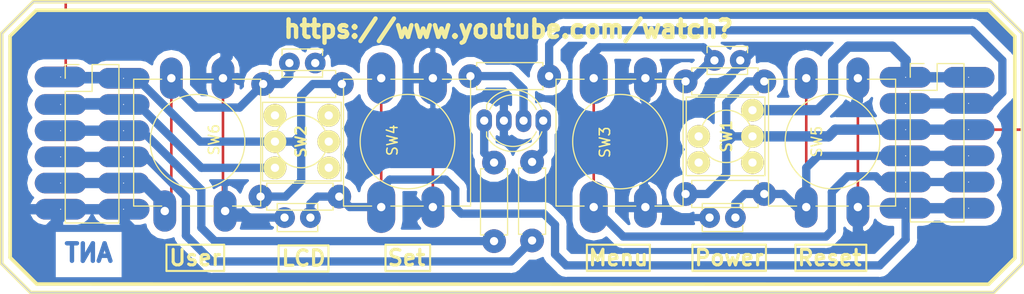
<source format=kicad_pcb>
(kicad_pcb (version 20171130) (host pcbnew "(5.0.2)-1")

  (general
    (thickness 1.6)
    (drawings 60)
    (tracks 212)
    (zones 0)
    (modules 20)
    (nets 15)
  )

  (page A4)
  (layers
    (0 F.Cu signal)
    (31 B.Cu signal)
    (32 B.Adhes user)
    (33 F.Adhes user)
    (34 B.Paste user)
    (35 F.Paste user)
    (36 B.SilkS user)
    (37 F.SilkS user)
    (38 B.Mask user)
    (39 F.Mask user)
    (40 Dwgs.User user)
    (41 Cmts.User user)
    (42 Eco1.User user)
    (43 Eco2.User user)
    (44 Edge.Cuts user)
    (45 Margin user)
    (46 B.CrtYd user)
    (47 F.CrtYd user)
    (48 B.Fab user)
    (49 F.Fab user)
  )

  (setup
    (last_trace_width 1)
    (user_trace_width 0.6)
    (user_trace_width 0.7)
    (user_trace_width 0.8)
    (user_trace_width 1)
    (trace_clearance 0.2)
    (zone_clearance 0.708)
    (zone_45_only yes)
    (trace_min 0.2)
    (segment_width 0.2)
    (edge_width 0.15)
    (via_size 0.8)
    (via_drill 0.4)
    (via_min_size 0.4)
    (via_min_drill 0.3)
    (user_via 2 0.8)
    (uvia_size 0.3)
    (uvia_drill 0.1)
    (uvias_allowed no)
    (uvia_min_size 0.2)
    (uvia_min_drill 0.1)
    (pcb_text_width 0.3)
    (pcb_text_size 1.5 1.5)
    (mod_edge_width 0.15)
    (mod_text_size 1 1)
    (mod_text_width 0.15)
    (pad_size 5 2.7)
    (pad_drill 0.8128)
    (pad_to_mask_clearance 0.051)
    (solder_mask_min_width 0.25)
    (aux_axis_origin 0 0)
    (grid_origin 737.2005 -152.05)
    (visible_elements 7FFFFFFF)
    (pcbplotparams
      (layerselection 0x010fc_ffffffff)
      (usegerberextensions false)
      (usegerberattributes false)
      (usegerberadvancedattributes false)
      (creategerberjobfile false)
      (excludeedgelayer true)
      (linewidth 0.100000)
      (plotframeref false)
      (viasonmask false)
      (mode 1)
      (useauxorigin false)
      (hpglpennumber 1)
      (hpglpenspeed 20)
      (hpglpendiameter 15.000000)
      (psnegative false)
      (psa4output false)
      (plotreference true)
      (plotvalue true)
      (plotinvisibletext false)
      (padsonsilk false)
      (subtractmaskfromsilk false)
      (outputformat 1)
      (mirror false)
      (drillshape 1)
      (scaleselection 1)
      (outputdirectory ""))
  )

  (net 0 "")
  (net 1 /MENU)
  (net 2 GND)
  (net 3 /SET)
  (net 4 /RESET)
  (net 5 /USER)
  (net 6 "Net-(D1-Pad2)")
  (net 7 "Net-(D1-Pad3)")
  (net 8 "Net-(D1-Pad4)")
  (net 9 +5V)
  (net 10 /BAT_LOW)
  (net 11 /UTILITY)
  (net 12 /CHARGING)
  (net 13 /LCD)
  (net 14 /vin)

  (net_class Default "This is the default net class."
    (clearance 0.2)
    (trace_width 0.25)
    (via_dia 0.8)
    (via_drill 0.4)
    (uvia_dia 0.3)
    (uvia_drill 0.1)
    (add_net +5V)
    (add_net /BAT_LOW)
    (add_net /CHARGING)
    (add_net /LCD)
    (add_net /MENU)
    (add_net /RESET)
    (add_net /SET)
    (add_net /USER)
    (add_net /UTILITY)
    (add_net /vin)
    (add_net GND)
    (add_net "Net-(D1-Pad2)")
    (add_net "Net-(D1-Pad3)")
    (add_net "Net-(D1-Pad4)")
  )

  (module Buttons_Switches_THT:SW_PUSH-12mm (layer F.Cu) (tedit 5CE7B7A7) (tstamp 5CC4966B)
    (at 162.462 95.6 90)
    (descr "SW PUSH 12mm https://www.e-switch.com/system/asset/product_line/data_sheet/143/TL1100.pdf")
    (tags "tact sw push 12mm")
    (path /5C9E0CD1)
    (fp_text reference SW6 (at 6.5405 4.1275 90) (layer F.SilkS)
      (effects (font (size 1 1) (thickness 0.15)))
    )
    (fp_text value User (at 9.144 2.413 180) (layer F.Fab)
      (effects (font (size 1 1) (thickness 0.15)))
    )
    (fp_line (start 12.4 -3.65) (end 12.4 -0.93) (layer F.SilkS) (width 0.12))
    (fp_line (start 12.4 5.93) (end 12.4 8.65) (layer F.SilkS) (width 0.12))
    (fp_line (start 0.1 4.07) (end 0.1 0.93) (layer F.SilkS) (width 0.12))
    (fp_line (start 0.1 8.65) (end 0.1 5.93) (layer F.SilkS) (width 0.12))
    (fp_line (start 0.25 -3.5) (end 0.25 8.5) (layer F.Fab) (width 0.1))
    (fp_circle (center 6.35 2.54) (end 10.16 5.08) (layer F.SilkS) (width 0.12))
    (fp_line (start 14.25 8.75) (end -1.77 8.75) (layer F.CrtYd) (width 0.05))
    (fp_line (start 14.25 8.75) (end 14.25 -3.75) (layer F.CrtYd) (width 0.05))
    (fp_line (start -1.77 -3.75) (end -1.77 8.75) (layer F.CrtYd) (width 0.05))
    (fp_line (start -1.77 -3.75) (end 14.25 -3.75) (layer F.CrtYd) (width 0.05))
    (fp_line (start 0.1 -0.93) (end 0.1 -3.65) (layer F.SilkS) (width 0.12))
    (fp_line (start 12.4 8.65) (end 0.1 8.65) (layer F.SilkS) (width 0.12))
    (fp_line (start 12.4 0.93) (end 12.4 4.07) (layer F.SilkS) (width 0.12))
    (fp_line (start 0.1 -3.65) (end 12.4 -3.65) (layer F.SilkS) (width 0.12))
    (fp_text user %R (at 6.35 2.54 90) (layer F.Fab)
      (effects (font (size 1 1) (thickness 0.15)))
    )
    (fp_line (start 12.25 -3.5) (end 12.25 8.5) (layer F.Fab) (width 0.1))
    (fp_line (start 0.25 -3.5) (end 12.25 -3.5) (layer F.Fab) (width 0.1))
    (fp_line (start 0.25 8.5) (end 12.25 8.5) (layer F.Fab) (width 0.1))
    (pad 2 thru_hole oval (at -0.381 5.207 90) (size 4 2.2) (drill 0.8128) (layers *.Cu *.Mask)
      (net 2 GND))
    (pad 1 thru_hole oval (at -0.381 -0.635 90) (size 4 2.2) (drill 0.8128) (layers *.Cu *.Mask)
      (net 5 /USER))
    (pad 2 thru_hole oval (at 12.5 5 90) (size 4 2.2) (drill 0.8128) (layers *.Cu *.Mask)
      (net 2 GND))
    (pad 1 thru_hole oval (at 12.5 0 90) (size 4 2.2) (drill 0.8128) (layers *.Cu *.Mask)
      (net 5 /USER))
    (model ${KISYS3DMOD}/Buttons_Switches_THT.3dshapes/SW_PUSH-12mm.wrl
      (offset (xyz 6.299199905395508 -2.539999961853027 0))
      (scale (xyz 3.93701 3.93701 3.93701))
      (rotate (xyz 0 0 0))
    )
  )

  (module LEDs:LED_D5.0mm-4 (layer F.Cu) (tedit 5CC4B539) (tstamp 5CC4954B)
    (at 193.6405 87.218)
    (descr "LED, diameter 5.0mm, 2 pins, diameter 5.0mm, 3 pins, diameter 5.0mm, 4 pins, http://www.kingbright.com/attachments/file/psearch/000/00/00/L-154A4SUREQBFZGEW(Ver.9A).pdf")
    (tags "LED diameter 5.0mm 2 pins diameter 5.0mm 3 pins diameter 5.0mm 4 pins")
    (path /5C9E418B)
    (fp_text reference D1 (at 1.905 -3.96) (layer F.SilkS) hide
      (effects (font (size 1 1) (thickness 0.15)))
    )
    (fp_text value LED_CRGB (at 1.905 3.96) (layer F.Fab)
      (effects (font (size 1 1) (thickness 0.15)))
    )
    (fp_arc (start 1.905 0) (end -0.595 -1.469694) (angle 299.1) (layer F.Fab) (width 0.1))
    (fp_arc (start 1.905 0) (end -0.655 -1.54483) (angle 127.7) (layer F.SilkS) (width 0.12))
    (fp_arc (start 1.905 0) (end -0.655 1.54483) (angle -127.7) (layer F.SilkS) (width 0.12))
    (fp_arc (start 1.905 0) (end -0.349684 -1.08) (angle 128.8) (layer F.SilkS) (width 0.12))
    (fp_arc (start 1.905 0) (end -0.349684 1.08) (angle -128.8) (layer F.SilkS) (width 0.12))
    (fp_circle (center 1.905 0) (end 4.405 0) (layer F.Fab) (width 0.1))
    (fp_line (start -0.595 -1.469694) (end -0.595 1.469694) (layer F.Fab) (width 0.1))
    (fp_line (start -0.655 -1.545) (end -0.655 -1.08) (layer F.SilkS) (width 0.12))
    (fp_line (start -0.655 1.08) (end -0.655 1.545) (layer F.SilkS) (width 0.12))
    (fp_line (start -1.35 -3.25) (end -1.35 3.25) (layer F.CrtYd) (width 0.05))
    (fp_line (start -1.35 3.25) (end 5.15 3.25) (layer F.CrtYd) (width 0.05))
    (fp_line (start 5.15 3.25) (end 5.15 -3.25) (layer F.CrtYd) (width 0.05))
    (fp_line (start 5.15 -3.25) (end -1.35 -3.25) (layer F.CrtYd) (width 0.05))
    (pad 2 thru_hole oval (at -0.889 0) (size 1.5 2.2) (drill 0.8) (layers *.Cu *.Mask)
      (net 6 "Net-(D1-Pad2)"))
    (pad 1 thru_hole oval (at 1.016 0) (size 1.5 2.2) (drill 0.8) (layers *.Cu *.Mask)
      (net 2 GND))
    (pad 3 thru_hole oval (at 2.921 0) (size 1.5 2.2) (drill 0.8) (layers *.Cu *.Mask)
      (net 7 "Net-(D1-Pad3)"))
    (pad 4 thru_hole oval (at 4.826 0) (size 1.5 2.2) (drill 0.8) (layers *.Cu *.Mask)
      (net 8 "Net-(D1-Pad4)"))
    (model ${KISYS3DMOD}/LEDs.3dshapes/LED_D5.0mm-4.wrl
      (at (xyz 0 0 0))
      (scale (xyz 0.393701 0.393701 0.393701))
      (rotate (xyz 0 0 0))
    )
  )

  (module modFiles:DIP_Switch (layer F.Cu) (tedit 5CC4ABD9) (tstamp 5CC495F4)
    (at 216.056 88.742 90)
    (path /5C9E0C67)
    (fp_text reference SW1 (at 0 0.15 90) (layer F.SilkS)
      (effects (font (size 1.016 1.016) (thickness 0.2032)))
    )
    (fp_text value Power (at -2.37 -4.44 90) (layer F.SilkS) hide
      (effects (font (size 1.016 1.016) (thickness 0.2032)))
    )
    (fp_circle (center 0 0.127) (end 0 -2.413) (layer F.SilkS) (width 0.127))
    (fp_line (start -3.81 -3.7465) (end 3.81 -3.7465) (layer F.SilkS) (width 0.127))
    (fp_line (start 3.81 -3.7465) (end 3.81 3.8735) (layer F.SilkS) (width 0.127))
    (fp_line (start 3.81 3.8735) (end -3.81 3.8735) (layer F.SilkS) (width 0.127))
    (fp_line (start -3.81 -3.7465) (end -3.81 3.8735) (layer F.SilkS) (width 0.127))
    (pad 2 thru_hole circle (at 2.54 2.667 90) (size 2.2 2.2) (drill 0.8) (layers *.Cu *.Mask F.SilkS)
      (net 14 /vin))
    (pad "" thru_hole circle (at -2.54 -2.54 90) (size 2.2 2.2) (drill 0.8) (layers *.Cu *.Mask F.SilkS))
    (pad "" thru_hole circle (at -2.54 2.667 90) (size 2.2 2.2) (drill 0.8) (layers *.Cu *.Mask F.SilkS))
    (pad "" thru_hole circle (at 0 -2.54 90) (size 2.2 2.2) (drill 0.8) (layers *.Cu *.Mask F.SilkS))
    (pad 1 thru_hole circle (at 0 2.667 90) (size 2.2 2.2) (drill 0.8) (layers *.Cu *.Mask F.SilkS)
      (net 9 +5V))
  )

  (module Pin_Headers:Pin_Header_Straight_2x06_Pitch2.54mm (layer F.Cu) (tedit 5C9E28DC) (tstamp 5CA6CEA0)
    (at 235.33 83.01)
    (descr "Through hole straight pin header, 2x06, 2.54mm pitch, double rows")
    (tags "Through hole pin header THT 2x06 2.54mm double row")
    (path /5C9E54DA)
    (fp_text reference J2 (at 1.27 -2.33) (layer F.SilkS) hide
      (effects (font (size 1 1) (thickness 0.15)))
    )
    (fp_text value Buttons (at 1.27 15.03) (layer F.Fab) hide
      (effects (font (size 1 1) (thickness 0.15)))
    )
    (fp_line (start 0 -1.27) (end 3.81 -1.27) (layer F.Fab) (width 0.1))
    (fp_line (start 3.81 -1.27) (end 3.81 13.97) (layer F.Fab) (width 0.1))
    (fp_line (start 3.81 13.97) (end -1.27 13.97) (layer F.Fab) (width 0.1))
    (fp_line (start -1.27 13.97) (end -1.27 0) (layer F.Fab) (width 0.1))
    (fp_line (start -1.27 0) (end 0 -1.27) (layer F.Fab) (width 0.1))
    (fp_line (start -1.33 14.03) (end 3.87 14.03) (layer F.SilkS) (width 0.12))
    (fp_line (start -1.33 1.27) (end -1.33 14.03) (layer F.SilkS) (width 0.12))
    (fp_line (start 3.87 -1.33) (end 3.87 14.03) (layer F.SilkS) (width 0.12))
    (fp_line (start -1.33 1.27) (end 1.27 1.27) (layer F.SilkS) (width 0.12))
    (fp_line (start 1.27 1.27) (end 1.27 -1.33) (layer F.SilkS) (width 0.12))
    (fp_line (start 1.27 -1.33) (end 3.87 -1.33) (layer F.SilkS) (width 0.12))
    (fp_line (start -1.33 0) (end -1.33 -1.33) (layer F.SilkS) (width 0.12))
    (fp_line (start -1.33 -1.33) (end 0 -1.33) (layer F.SilkS) (width 0.12))
    (fp_line (start -1.8 -1.8) (end -1.8 14.5) (layer F.CrtYd) (width 0.05))
    (fp_line (start -1.8 14.5) (end 4.35 14.5) (layer F.CrtYd) (width 0.05))
    (fp_line (start 4.35 14.5) (end 4.35 -1.8) (layer F.CrtYd) (width 0.05))
    (fp_line (start 4.35 -1.8) (end -1.8 -1.8) (layer F.CrtYd) (width 0.05))
    (fp_text user %R (at 1.27 6.35 90) (layer F.Fab) hide
      (effects (font (size 1 1) (thickness 0.15)))
    )
    (pad 1 thru_hole oval (at -1.778 0) (size 5 2) (drill 0.1) (layers *.Cu *.Mask)
      (net 14 /vin))
    (pad 2 thru_hole oval (at 4.318 0) (size 5 2) (drill 0.1) (layers *.Cu *.Mask)
      (net 14 /vin))
    (pad 3 thru_hole oval (at -1.778 2.54) (size 5 2) (drill 0.1) (layers *.Cu *.Mask)
      (net 12 /CHARGING))
    (pad 4 thru_hole oval (at 4.318 2.54) (size 5 2) (drill 0.1) (layers *.Cu *.Mask)
      (net 12 /CHARGING))
    (pad 5 thru_hole oval (at -1.778 5.08) (size 5 2) (drill 0.1) (layers *.Cu *.Mask)
      (net 9 +5V))
    (pad 6 thru_hole oval (at 4.318 5.08) (size 5 2) (drill 0.1) (layers *.Cu *.Mask)
      (net 9 +5V))
    (pad 7 thru_hole oval (at -1.778 7.62) (size 5 2) (drill 0.1) (layers *.Cu *.Mask)
      (net 4 /RESET))
    (pad 8 thru_hole oval (at 4.318 7.62) (size 5 2) (drill 0.1) (layers *.Cu *.Mask)
      (net 4 /RESET))
    (pad 9 thru_hole oval (at -1.778 10.16) (size 5 2) (drill 0.1) (layers *.Cu *.Mask)
      (net 1 /MENU))
    (pad 10 thru_hole oval (at 4.318 10.16) (size 5 2) (drill 0.1) (layers *.Cu *.Mask)
      (net 1 /MENU))
    (pad 11 thru_hole oval (at -1.778 12.7) (size 5 2) (drill 0.1) (layers *.Cu *.Mask)
      (net 3 /SET))
    (pad 12 thru_hole oval (at 4.318 12.7) (size 5 2) (drill 0.1) (layers *.Cu *.Mask)
      (net 3 /SET))
    (model ${KISYS3DMOD}/Pin_Headers.3dshapes/Pin_Header_Straight_2x06_Pitch2.54mm.wrl
      (offset (xyz 2.5 0 -1.5))
      (scale (xyz 1 1 1))
      (rotate (xyz 0 180 0))
    )
  )

  (module Pin_Headers:Pin_Header_Straight_2x06_Pitch2.54mm (layer F.Cu) (tedit 5C9E25FD) (tstamp 5CA6CE7E)
    (at 153.52 83.11)
    (descr "Through hole straight pin header, 2x06, 2.54mm pitch, double rows")
    (tags "Through hole pin header THT 2x06 2.54mm double row")
    (path /5C9E571A)
    (fp_text reference J1 (at 1.27 -2.33) (layer F.SilkS) hide
      (effects (font (size 1 1) (thickness 0.15)))
    )
    (fp_text value Buttons (at 1.27 15.03) (layer F.Fab) hide
      (effects (font (size 1 1) (thickness 0.15)))
    )
    (fp_text user %R (at 1.27 6.35 90) (layer F.Fab) hide
      (effects (font (size 1 1) (thickness 0.15)))
    )
    (fp_line (start 4.35 -1.8) (end -1.8 -1.8) (layer F.CrtYd) (width 0.05))
    (fp_line (start 4.35 14.5) (end 4.35 -1.8) (layer F.CrtYd) (width 0.05))
    (fp_line (start -1.8 14.5) (end 4.35 14.5) (layer F.CrtYd) (width 0.05))
    (fp_line (start -1.8 -1.8) (end -1.8 14.5) (layer F.CrtYd) (width 0.05))
    (fp_line (start -1.33 -1.33) (end 0 -1.33) (layer F.SilkS) (width 0.12))
    (fp_line (start -1.33 0) (end -1.33 -1.33) (layer F.SilkS) (width 0.12))
    (fp_line (start 1.27 -1.33) (end 3.87 -1.33) (layer F.SilkS) (width 0.12))
    (fp_line (start 1.27 1.27) (end 1.27 -1.33) (layer F.SilkS) (width 0.12))
    (fp_line (start -1.33 1.27) (end 1.27 1.27) (layer F.SilkS) (width 0.12))
    (fp_line (start 3.87 -1.33) (end 3.87 14.03) (layer F.SilkS) (width 0.12))
    (fp_line (start -1.33 1.27) (end -1.33 14.03) (layer F.SilkS) (width 0.12))
    (fp_line (start -1.33 14.03) (end 3.87 14.03) (layer F.SilkS) (width 0.12))
    (fp_line (start -1.27 0) (end 0 -1.27) (layer F.Fab) (width 0.1))
    (fp_line (start -1.27 13.97) (end -1.27 0) (layer F.Fab) (width 0.1))
    (fp_line (start 3.81 13.97) (end -1.27 13.97) (layer F.Fab) (width 0.1))
    (fp_line (start 3.81 -1.27) (end 3.81 13.97) (layer F.Fab) (width 0.1))
    (fp_line (start 0 -1.27) (end 3.81 -1.27) (layer F.Fab) (width 0.1))
    (pad 12 thru_hole oval (at 4.318 12.7) (size 5 2) (drill 0.1) (layers *.Cu *.Mask)
      (net 2 GND))
    (pad 11 thru_hole oval (at -1.778 12.7) (size 5 2) (drill 0.1) (layers *.Cu *.Mask)
      (net 2 GND))
    (pad 10 thru_hole oval (at 4.318 10.16) (size 5 2) (drill 0.1) (layers *.Cu *.Mask)
      (net 5 /USER))
    (pad 9 thru_hole oval (at -1.778 10.16) (size 5 2) (drill 0.1) (layers *.Cu *.Mask)
      (net 5 /USER))
    (pad 8 thru_hole oval (at 4.318 7.62) (size 5 2) (drill 0.1) (layers *.Cu *.Mask)
      (net 11 /UTILITY))
    (pad 7 thru_hole oval (at -1.778 7.62) (size 5 2) (drill 0.1) (layers *.Cu *.Mask)
      (net 11 /UTILITY))
    (pad 6 thru_hole oval (at 4.318 5.08) (size 5 2) (drill 0.1) (layers *.Cu *.Mask)
      (net 10 /BAT_LOW))
    (pad 5 thru_hole oval (at -1.778 5.08) (size 5 2) (drill 0.1) (layers *.Cu *.Mask)
      (net 10 /BAT_LOW))
    (pad 4 thru_hole oval (at 4.318 2.54) (size 5 2) (drill 0.1) (layers *.Cu *.Mask)
      (net 13 /LCD))
    (pad 3 thru_hole oval (at -1.778 2.54) (size 5 2) (drill 0.1) (layers *.Cu *.Mask)
      (net 13 /LCD))
    (pad 2 thru_hole oval (at 4.318 0) (size 5 2) (drill 0.1) (layers *.Cu *.Mask)
      (net 9 +5V))
    (pad 1 thru_hole oval (at -1.778 -0.127) (size 5 2) (drill 0.1) (layers *.Cu *.Mask)
      (net 9 +5V))
    (model ${KISYS3DMOD}/Pin_Headers.3dshapes/Pin_Header_Straight_2x06_Pitch2.54mm.wrl
      (offset (xyz 2.5 0 -1.5))
      (scale (xyz 1 1 1))
      (rotate (xyz 0 180 0))
    )
  )

  (module modFiles:Capacitor_Disc_Small (layer F.Cu) (tedit 5CC4B5A4) (tstamp 5CC494FA)
    (at 215.04 81.376)
    (descr "C, Disc series, Radial, pin pitch=2.50mm, , diameter*width=3.8*2.6mm^2, Capacitor, http://www.vishay.com/docs/45233/krseries.pdf")
    (tags "C Disc series Radial pin pitch 2.50mm  diameter 3.8mm width 2.6mm Capacitor")
    (path /5C9E195B)
    (fp_text reference C1 (at 1.25 -2.36) (layer F.SilkS) hide
      (effects (font (size 1 1) (thickness 0.15)))
    )
    (fp_text value C (at 1.25 2.36) (layer F.Fab) hide
      (effects (font (size 1 1) (thickness 0.15)))
    )
    (fp_line (start 3.55 -1.65) (end -1.05 -1.65) (layer F.CrtYd) (width 0.05))
    (fp_line (start 3.55 1.65) (end 3.55 -1.65) (layer F.CrtYd) (width 0.05))
    (fp_line (start -1.05 1.65) (end 3.55 1.65) (layer F.CrtYd) (width 0.05))
    (fp_line (start -1.05 -1.65) (end -1.05 1.65) (layer F.CrtYd) (width 0.05))
    (fp_line (start 3.21 0.75) (end 3.21 1.36) (layer F.SilkS) (width 0.12))
    (fp_line (start 3.21 -1.36) (end 3.21 -0.75) (layer F.SilkS) (width 0.12))
    (fp_line (start -0.71 0.75) (end -0.71 1.36) (layer F.SilkS) (width 0.12))
    (fp_line (start -0.71 -1.36) (end -0.71 -0.75) (layer F.SilkS) (width 0.12))
    (fp_line (start -0.71 1.36) (end 3.21 1.36) (layer F.SilkS) (width 0.12))
    (fp_line (start -0.71 -1.36) (end 3.21 -1.36) (layer F.SilkS) (width 0.12))
    (fp_line (start 3.15 -1.3) (end -0.65 -1.3) (layer F.Fab) (width 0.1))
    (fp_line (start 3.15 1.3) (end 3.15 -1.3) (layer F.Fab) (width 0.1))
    (fp_line (start -0.65 1.3) (end 3.15 1.3) (layer F.Fab) (width 0.1))
    (fp_line (start -0.65 -1.3) (end -0.65 1.3) (layer F.Fab) (width 0.1))
    (pad 2 thru_hole circle (at 2.5 0) (size 2 2) (drill 0.8) (layers *.Cu *.Mask)
      (net 2 GND))
    (pad 1 thru_hole circle (at 0 0) (size 2 2) (drill 0.8) (layers *.Cu *.Mask)
      (net 1 /MENU))
    (model _3D/Used/C_Disc_D3.8mm_W2.6mm_P2.50mm.wrl
      (at (xyz 0 0 0))
      (scale (xyz 0.393701 0.393701 0.393701))
      (rotate (xyz 0 0 0))
    )
  )

  (module modFiles:Capacitor_Disc_Small (layer F.Cu) (tedit 5CC4B4FC) (tstamp 5CC4950E)
    (at 175.924 96.616 180)
    (descr "C, Disc series, Radial, pin pitch=2.50mm, , diameter*width=3.8*2.6mm^2, Capacitor, http://www.vishay.com/docs/45233/krseries.pdf")
    (tags "C Disc series Radial pin pitch 2.50mm  diameter 3.8mm width 2.6mm Capacitor")
    (path /5C9E1396)
    (fp_text reference C2 (at 1.25 -2.36 180) (layer F.SilkS) hide
      (effects (font (size 1 1) (thickness 0.15)))
    )
    (fp_text value C (at 1.25 2.36 180) (layer F.Fab) hide
      (effects (font (size 1 1) (thickness 0.15)))
    )
    (fp_line (start -0.65 -1.3) (end -0.65 1.3) (layer F.Fab) (width 0.1))
    (fp_line (start -0.65 1.3) (end 3.15 1.3) (layer F.Fab) (width 0.1))
    (fp_line (start 3.15 1.3) (end 3.15 -1.3) (layer F.Fab) (width 0.1))
    (fp_line (start 3.15 -1.3) (end -0.65 -1.3) (layer F.Fab) (width 0.1))
    (fp_line (start -0.71 -1.36) (end 3.21 -1.36) (layer F.SilkS) (width 0.12))
    (fp_line (start -0.71 1.36) (end 3.21 1.36) (layer F.SilkS) (width 0.12))
    (fp_line (start -0.71 -1.36) (end -0.71 -0.75) (layer F.SilkS) (width 0.12))
    (fp_line (start -0.71 0.75) (end -0.71 1.36) (layer F.SilkS) (width 0.12))
    (fp_line (start 3.21 -1.36) (end 3.21 -0.75) (layer F.SilkS) (width 0.12))
    (fp_line (start 3.21 0.75) (end 3.21 1.36) (layer F.SilkS) (width 0.12))
    (fp_line (start -1.05 -1.65) (end -1.05 1.65) (layer F.CrtYd) (width 0.05))
    (fp_line (start -1.05 1.65) (end 3.55 1.65) (layer F.CrtYd) (width 0.05))
    (fp_line (start 3.55 1.65) (end 3.55 -1.65) (layer F.CrtYd) (width 0.05))
    (fp_line (start 3.55 -1.65) (end -1.05 -1.65) (layer F.CrtYd) (width 0.05))
    (pad 1 thru_hole circle (at 0 0 180) (size 2 2) (drill 0.8) (layers *.Cu *.Mask)
      (net 3 /SET))
    (pad 2 thru_hole circle (at 2.5 0 180) (size 2 2) (drill 0.8) (layers *.Cu *.Mask)
      (net 2 GND))
    (model _3D/Used/C_Disc_D3.8mm_W2.6mm_P2.50mm.wrl
      (at (xyz 0 0 0))
      (scale (xyz 0.393701 0.393701 0.393701))
      (rotate (xyz 0 0 0))
    )
  )

  (module modFiles:Capacitor_Disc_Small (layer F.Cu) (tedit 5CC4B58B) (tstamp 5CC49522)
    (at 217.072 96.616 180)
    (descr "C, Disc series, Radial, pin pitch=2.50mm, , diameter*width=3.8*2.6mm^2, Capacitor, http://www.vishay.com/docs/45233/krseries.pdf")
    (tags "C Disc series Radial pin pitch 2.50mm  diameter 3.8mm width 2.6mm Capacitor")
    (path /5C9E1AC2)
    (fp_text reference C3 (at 1.25 -2.36 180) (layer F.SilkS) hide
      (effects (font (size 1 1) (thickness 0.15)))
    )
    (fp_text value C (at 1.25 2.36 180) (layer F.Fab) hide
      (effects (font (size 1 1) (thickness 0.15)))
    )
    (fp_line (start -0.65 -1.3) (end -0.65 1.3) (layer F.Fab) (width 0.1))
    (fp_line (start -0.65 1.3) (end 3.15 1.3) (layer F.Fab) (width 0.1))
    (fp_line (start 3.15 1.3) (end 3.15 -1.3) (layer F.Fab) (width 0.1))
    (fp_line (start 3.15 -1.3) (end -0.65 -1.3) (layer F.Fab) (width 0.1))
    (fp_line (start -0.71 -1.36) (end 3.21 -1.36) (layer F.SilkS) (width 0.12))
    (fp_line (start -0.71 1.36) (end 3.21 1.36) (layer F.SilkS) (width 0.12))
    (fp_line (start -0.71 -1.36) (end -0.71 -0.75) (layer F.SilkS) (width 0.12))
    (fp_line (start -0.71 0.75) (end -0.71 1.36) (layer F.SilkS) (width 0.12))
    (fp_line (start 3.21 -1.36) (end 3.21 -0.75) (layer F.SilkS) (width 0.12))
    (fp_line (start 3.21 0.75) (end 3.21 1.36) (layer F.SilkS) (width 0.12))
    (fp_line (start -1.05 -1.65) (end -1.05 1.65) (layer F.CrtYd) (width 0.05))
    (fp_line (start -1.05 1.65) (end 3.55 1.65) (layer F.CrtYd) (width 0.05))
    (fp_line (start 3.55 1.65) (end 3.55 -1.65) (layer F.CrtYd) (width 0.05))
    (fp_line (start 3.55 -1.65) (end -1.05 -1.65) (layer F.CrtYd) (width 0.05))
    (pad 1 thru_hole circle (at 0 0 180) (size 2 2) (drill 0.8) (layers *.Cu *.Mask)
      (net 4 /RESET))
    (pad 2 thru_hole circle (at 2.5 0 180) (size 2 2) (drill 0.8) (layers *.Cu *.Mask)
      (net 2 GND))
    (model _3D/Used/C_Disc_D3.8mm_W2.6mm_P2.50mm.wrl
      (at (xyz 0 0 0))
      (scale (xyz 0.393701 0.393701 0.393701))
      (rotate (xyz 0 0 0))
    )
  )

  (module modFiles:Capacitor_Disc_Small (layer F.Cu) (tedit 5CC4B4DC) (tstamp 5CC49536)
    (at 173.892 81.63)
    (descr "C, Disc series, Radial, pin pitch=2.50mm, , diameter*width=3.8*2.6mm^2, Capacitor, http://www.vishay.com/docs/45233/krseries.pdf")
    (tags "C Disc series Radial pin pitch 2.50mm  diameter 3.8mm width 2.6mm Capacitor")
    (path /5C9E11EF)
    (fp_text reference C4 (at 1.25 -2.36) (layer F.SilkS) hide
      (effects (font (size 1 1) (thickness 0.15)))
    )
    (fp_text value C (at 1.25 2.36) (layer F.Fab) hide
      (effects (font (size 1 1) (thickness 0.15)))
    )
    (fp_line (start 3.55 -1.65) (end -1.05 -1.65) (layer F.CrtYd) (width 0.05))
    (fp_line (start 3.55 1.65) (end 3.55 -1.65) (layer F.CrtYd) (width 0.05))
    (fp_line (start -1.05 1.65) (end 3.55 1.65) (layer F.CrtYd) (width 0.05))
    (fp_line (start -1.05 -1.65) (end -1.05 1.65) (layer F.CrtYd) (width 0.05))
    (fp_line (start 3.21 0.75) (end 3.21 1.36) (layer F.SilkS) (width 0.12))
    (fp_line (start 3.21 -1.36) (end 3.21 -0.75) (layer F.SilkS) (width 0.12))
    (fp_line (start -0.71 0.75) (end -0.71 1.36) (layer F.SilkS) (width 0.12))
    (fp_line (start -0.71 -1.36) (end -0.71 -0.75) (layer F.SilkS) (width 0.12))
    (fp_line (start -0.71 1.36) (end 3.21 1.36) (layer F.SilkS) (width 0.12))
    (fp_line (start -0.71 -1.36) (end 3.21 -1.36) (layer F.SilkS) (width 0.12))
    (fp_line (start 3.15 -1.3) (end -0.65 -1.3) (layer F.Fab) (width 0.1))
    (fp_line (start 3.15 1.3) (end 3.15 -1.3) (layer F.Fab) (width 0.1))
    (fp_line (start -0.65 1.3) (end 3.15 1.3) (layer F.Fab) (width 0.1))
    (fp_line (start -0.65 -1.3) (end -0.65 1.3) (layer F.Fab) (width 0.1))
    (pad 2 thru_hole circle (at 2.5 0) (size 2 2) (drill 0.8) (layers *.Cu *.Mask)
      (net 2 GND))
    (pad 1 thru_hole circle (at 0 0) (size 2 2) (drill 0.8) (layers *.Cu *.Mask)
      (net 5 /USER))
    (model _3D/Used/C_Disc_D3.8mm_W2.6mm_P2.50mm.wrl
      (at (xyz 0 0 0))
      (scale (xyz 0.393701 0.393701 0.393701))
      (rotate (xyz 0 0 0))
    )
  )

  (module modFiles:Resistor_small (layer F.Cu) (tedit 5CC4B5A1) (tstamp 5CC49561)
    (at 212.246 83.408)
    (descr "Resistor, Axial_DIN0207 series, Axial, Horizontal, pin pitch=7.62mm, 0.25W = 1/4W, length*diameter=6.3*2.5mm^2, http://cdn-reichelt.de/documents/datenblatt/B400/1_4W%23YAG.pdf")
    (tags "Resistor Axial_DIN0207 series Axial Horizontal pin pitch 7.62mm 0.25W = 1/4W length 6.3mm diameter 2.5mm")
    (path /5C9E1F96)
    (fp_text reference R1 (at 3.81 -2.31) (layer F.SilkS) hide
      (effects (font (size 1 1) (thickness 0.15)))
    )
    (fp_text value 10k (at 3.81 0.4445) (layer F.Fab)
      (effects (font (size 1 1) (thickness 0.15)))
    )
    (fp_line (start 0.66 -1.25) (end 0.66 1.25) (layer F.Fab) (width 0.1))
    (fp_line (start 0.66 1.25) (end 6.96 1.25) (layer F.Fab) (width 0.1))
    (fp_line (start 6.96 1.25) (end 6.96 -1.25) (layer F.Fab) (width 0.1))
    (fp_line (start 6.96 -1.25) (end 0.66 -1.25) (layer F.Fab) (width 0.1))
    (fp_line (start 0 0) (end 0.66 0) (layer F.Fab) (width 0.1))
    (fp_line (start 7.62 0) (end 6.96 0) (layer F.Fab) (width 0.1))
    (fp_line (start 0.6 -0.98) (end 0.6 -1.31) (layer F.SilkS) (width 0.12))
    (fp_line (start 0.6 -1.31) (end 7.02 -1.31) (layer F.SilkS) (width 0.12))
    (fp_line (start 7.02 -1.31) (end 7.02 -0.98) (layer F.SilkS) (width 0.12))
    (fp_line (start 0.6 0.98) (end 0.6 1.31) (layer F.SilkS) (width 0.12))
    (fp_line (start 0.6 1.31) (end 7.02 1.31) (layer F.SilkS) (width 0.12))
    (fp_line (start 7.02 1.31) (end 7.02 0.98) (layer F.SilkS) (width 0.12))
    (fp_line (start -1.05 -1.6) (end -1.05 1.6) (layer F.CrtYd) (width 0.05))
    (fp_line (start -1.05 1.6) (end 8.7 1.6) (layer F.CrtYd) (width 0.05))
    (fp_line (start 8.7 1.6) (end 8.7 -1.6) (layer F.CrtYd) (width 0.05))
    (fp_line (start 8.7 -1.6) (end -1.05 -1.6) (layer F.CrtYd) (width 0.05))
    (pad 1 thru_hole circle (at 0 0) (size 2.3 2.3) (drill 0.8) (layers *.Cu *.Mask)
      (net 1 /MENU))
    (pad 2 thru_hole circle (at 7.62 0) (size 2.3 2.3) (drill 0.8) (layers *.Cu *.Mask)
      (net 9 +5V))
    (model _3D/Used/R_Axial_DIN0207_L6.3mm_D2.5mm_P7.62mm_Horizontal.wrl
      (at (xyz 0 0 0))
      (scale (xyz 0.393701 0.393701 0.393701))
      (rotate (xyz 0 0 0))
    )
  )

  (module modFiles:Resistor_small (layer F.Cu) (tedit 5CC4B509) (tstamp 5CC49577)
    (at 178.718 94.584 180)
    (descr "Resistor, Axial_DIN0207 series, Axial, Horizontal, pin pitch=7.62mm, 0.25W = 1/4W, length*diameter=6.3*2.5mm^2, http://cdn-reichelt.de/documents/datenblatt/B400/1_4W%23YAG.pdf")
    (tags "Resistor Axial_DIN0207 series Axial Horizontal pin pitch 7.62mm 0.25W = 1/4W length 6.3mm diameter 2.5mm")
    (path /5C9E20CE)
    (fp_text reference R2 (at 3.81 -2.31 180) (layer F.SilkS) hide
      (effects (font (size 1 1) (thickness 0.15)))
    )
    (fp_text value 10k (at 4.064 0.254 180) (layer F.Fab)
      (effects (font (size 1 1) (thickness 0.15)))
    )
    (fp_line (start 8.7 -1.6) (end -1.05 -1.6) (layer F.CrtYd) (width 0.05))
    (fp_line (start 8.7 1.6) (end 8.7 -1.6) (layer F.CrtYd) (width 0.05))
    (fp_line (start -1.05 1.6) (end 8.7 1.6) (layer F.CrtYd) (width 0.05))
    (fp_line (start -1.05 -1.6) (end -1.05 1.6) (layer F.CrtYd) (width 0.05))
    (fp_line (start 7.02 1.31) (end 7.02 0.98) (layer F.SilkS) (width 0.12))
    (fp_line (start 0.6 1.31) (end 7.02 1.31) (layer F.SilkS) (width 0.12))
    (fp_line (start 0.6 0.98) (end 0.6 1.31) (layer F.SilkS) (width 0.12))
    (fp_line (start 7.02 -1.31) (end 7.02 -0.98) (layer F.SilkS) (width 0.12))
    (fp_line (start 0.6 -1.31) (end 7.02 -1.31) (layer F.SilkS) (width 0.12))
    (fp_line (start 0.6 -0.98) (end 0.6 -1.31) (layer F.SilkS) (width 0.12))
    (fp_line (start 7.62 0) (end 6.96 0) (layer F.Fab) (width 0.1))
    (fp_line (start 0 0) (end 0.66 0) (layer F.Fab) (width 0.1))
    (fp_line (start 6.96 -1.25) (end 0.66 -1.25) (layer F.Fab) (width 0.1))
    (fp_line (start 6.96 1.25) (end 6.96 -1.25) (layer F.Fab) (width 0.1))
    (fp_line (start 0.66 1.25) (end 6.96 1.25) (layer F.Fab) (width 0.1))
    (fp_line (start 0.66 -1.25) (end 0.66 1.25) (layer F.Fab) (width 0.1))
    (pad 2 thru_hole circle (at 7.62 0 180) (size 2.3 2.3) (drill 0.8) (layers *.Cu *.Mask)
      (net 9 +5V))
    (pad 1 thru_hole circle (at 0 0 180) (size 2.3 2.3) (drill 0.8) (layers *.Cu *.Mask)
      (net 3 /SET))
    (model _3D/Used/R_Axial_DIN0207_L6.3mm_D2.5mm_P7.62mm_Horizontal.wrl
      (at (xyz 0 0 0))
      (scale (xyz 0.393701 0.393701 0.393701))
      (rotate (xyz 0 0 0))
    )
  )

  (module modFiles:Resistor_small (layer F.Cu) (tedit 5CC4B593) (tstamp 5CC4958D)
    (at 219.866 94.33 180)
    (descr "Resistor, Axial_DIN0207 series, Axial, Horizontal, pin pitch=7.62mm, 0.25W = 1/4W, length*diameter=6.3*2.5mm^2, http://cdn-reichelt.de/documents/datenblatt/B400/1_4W%23YAG.pdf")
    (tags "Resistor Axial_DIN0207 series Axial Horizontal pin pitch 7.62mm 0.25W = 1/4W length 6.3mm diameter 2.5mm")
    (path /5C9E1DD0)
    (fp_text reference R3 (at 3.81 -2.31 180) (layer F.SilkS) hide
      (effects (font (size 1 1) (thickness 0.15)))
    )
    (fp_text value 10k (at 4.191 0.254 180) (layer F.Fab)
      (effects (font (size 1 1) (thickness 0.15)))
    )
    (fp_line (start 0.66 -1.25) (end 0.66 1.25) (layer F.Fab) (width 0.1))
    (fp_line (start 0.66 1.25) (end 6.96 1.25) (layer F.Fab) (width 0.1))
    (fp_line (start 6.96 1.25) (end 6.96 -1.25) (layer F.Fab) (width 0.1))
    (fp_line (start 6.96 -1.25) (end 0.66 -1.25) (layer F.Fab) (width 0.1))
    (fp_line (start 0 0) (end 0.66 0) (layer F.Fab) (width 0.1))
    (fp_line (start 7.62 0) (end 6.96 0) (layer F.Fab) (width 0.1))
    (fp_line (start 0.6 -0.98) (end 0.6 -1.31) (layer F.SilkS) (width 0.12))
    (fp_line (start 0.6 -1.31) (end 7.02 -1.31) (layer F.SilkS) (width 0.12))
    (fp_line (start 7.02 -1.31) (end 7.02 -0.98) (layer F.SilkS) (width 0.12))
    (fp_line (start 0.6 0.98) (end 0.6 1.31) (layer F.SilkS) (width 0.12))
    (fp_line (start 0.6 1.31) (end 7.02 1.31) (layer F.SilkS) (width 0.12))
    (fp_line (start 7.02 1.31) (end 7.02 0.98) (layer F.SilkS) (width 0.12))
    (fp_line (start -1.05 -1.6) (end -1.05 1.6) (layer F.CrtYd) (width 0.05))
    (fp_line (start -1.05 1.6) (end 8.7 1.6) (layer F.CrtYd) (width 0.05))
    (fp_line (start 8.7 1.6) (end 8.7 -1.6) (layer F.CrtYd) (width 0.05))
    (fp_line (start 8.7 -1.6) (end -1.05 -1.6) (layer F.CrtYd) (width 0.05))
    (pad 1 thru_hole circle (at 0 0 180) (size 2.3 2.3) (drill 0.8) (layers *.Cu *.Mask)
      (net 4 /RESET))
    (pad 2 thru_hole circle (at 7.62 0 180) (size 2.3 2.3) (drill 0.8) (layers *.Cu *.Mask)
      (net 9 +5V))
    (model _3D/Used/R_Axial_DIN0207_L6.3mm_D2.5mm_P7.62mm_Horizontal.wrl
      (at (xyz 0 0 0))
      (scale (xyz 0.393701 0.393701 0.393701))
      (rotate (xyz 0 0 0))
    )
  )

  (module modFiles:Resistor_small (layer F.Cu) (tedit 5CC4B4E1) (tstamp 5CC495A3)
    (at 171.352 83.662)
    (descr "Resistor, Axial_DIN0207 series, Axial, Horizontal, pin pitch=7.62mm, 0.25W = 1/4W, length*diameter=6.3*2.5mm^2, http://cdn-reichelt.de/documents/datenblatt/B400/1_4W%23YAG.pdf")
    (tags "Resistor Axial_DIN0207 series Axial Horizontal pin pitch 7.62mm 0.25W = 1/4W length 6.3mm diameter 2.5mm")
    (path /5C9E219D)
    (fp_text reference R4 (at 3.81 -2.31) (layer F.SilkS) hide
      (effects (font (size 1 1) (thickness 0.15)))
    )
    (fp_text value 10k (at 3.556 0.3175) (layer F.Fab)
      (effects (font (size 1 1) (thickness 0.15)))
    )
    (fp_line (start 0.66 -1.25) (end 0.66 1.25) (layer F.Fab) (width 0.1))
    (fp_line (start 0.66 1.25) (end 6.96 1.25) (layer F.Fab) (width 0.1))
    (fp_line (start 6.96 1.25) (end 6.96 -1.25) (layer F.Fab) (width 0.1))
    (fp_line (start 6.96 -1.25) (end 0.66 -1.25) (layer F.Fab) (width 0.1))
    (fp_line (start 0 0) (end 0.66 0) (layer F.Fab) (width 0.1))
    (fp_line (start 7.62 0) (end 6.96 0) (layer F.Fab) (width 0.1))
    (fp_line (start 0.6 -0.98) (end 0.6 -1.31) (layer F.SilkS) (width 0.12))
    (fp_line (start 0.6 -1.31) (end 7.02 -1.31) (layer F.SilkS) (width 0.12))
    (fp_line (start 7.02 -1.31) (end 7.02 -0.98) (layer F.SilkS) (width 0.12))
    (fp_line (start 0.6 0.98) (end 0.6 1.31) (layer F.SilkS) (width 0.12))
    (fp_line (start 0.6 1.31) (end 7.02 1.31) (layer F.SilkS) (width 0.12))
    (fp_line (start 7.02 1.31) (end 7.02 0.98) (layer F.SilkS) (width 0.12))
    (fp_line (start -1.05 -1.6) (end -1.05 1.6) (layer F.CrtYd) (width 0.05))
    (fp_line (start -1.05 1.6) (end 8.7 1.6) (layer F.CrtYd) (width 0.05))
    (fp_line (start 8.7 1.6) (end 8.7 -1.6) (layer F.CrtYd) (width 0.05))
    (fp_line (start 8.7 -1.6) (end -1.05 -1.6) (layer F.CrtYd) (width 0.05))
    (pad 1 thru_hole circle (at 0 0) (size 2.3 2.3) (drill 0.8) (layers *.Cu *.Mask)
      (net 5 /USER))
    (pad 2 thru_hole circle (at 7.62 0) (size 2.3 2.3) (drill 0.8) (layers *.Cu *.Mask)
      (net 9 +5V))
    (model _3D/Used/R_Axial_DIN0207_L6.3mm_D2.5mm_P7.62mm_Horizontal.wrl
      (at (xyz 0 0 0))
      (scale (xyz 0.393701 0.393701 0.393701))
      (rotate (xyz 0 0 0))
    )
  )

  (module modFiles:Resistor_small (layer F.Cu) (tedit 5CC4B52A) (tstamp 5CC495B9)
    (at 193.704 91.282 270)
    (descr "Resistor, Axial_DIN0207 series, Axial, Horizontal, pin pitch=7.62mm, 0.25W = 1/4W, length*diameter=6.3*2.5mm^2, http://cdn-reichelt.de/documents/datenblatt/B400/1_4W%23YAG.pdf")
    (tags "Resistor Axial_DIN0207 series Axial Horizontal pin pitch 7.62mm 0.25W = 1/4W length 6.3mm diameter 2.5mm")
    (path /5C9E1918)
    (fp_text reference R5 (at 3.81 -2.31 270) (layer F.SilkS) hide
      (effects (font (size 1 1) (thickness 0.15)))
    )
    (fp_text value 330 (at 3.683 0.127 270) (layer F.Fab)
      (effects (font (size 1 1) (thickness 0.15)))
    )
    (fp_line (start 8.7 -1.6) (end -1.05 -1.6) (layer F.CrtYd) (width 0.05))
    (fp_line (start 8.7 1.6) (end 8.7 -1.6) (layer F.CrtYd) (width 0.05))
    (fp_line (start -1.05 1.6) (end 8.7 1.6) (layer F.CrtYd) (width 0.05))
    (fp_line (start -1.05 -1.6) (end -1.05 1.6) (layer F.CrtYd) (width 0.05))
    (fp_line (start 7.02 1.31) (end 7.02 0.98) (layer F.SilkS) (width 0.12))
    (fp_line (start 0.6 1.31) (end 7.02 1.31) (layer F.SilkS) (width 0.12))
    (fp_line (start 0.6 0.98) (end 0.6 1.31) (layer F.SilkS) (width 0.12))
    (fp_line (start 7.02 -1.31) (end 7.02 -0.98) (layer F.SilkS) (width 0.12))
    (fp_line (start 0.6 -1.31) (end 7.02 -1.31) (layer F.SilkS) (width 0.12))
    (fp_line (start 0.6 -0.98) (end 0.6 -1.31) (layer F.SilkS) (width 0.12))
    (fp_line (start 7.62 0) (end 6.96 0) (layer F.Fab) (width 0.1))
    (fp_line (start 0 0) (end 0.66 0) (layer F.Fab) (width 0.1))
    (fp_line (start 6.96 -1.25) (end 0.66 -1.25) (layer F.Fab) (width 0.1))
    (fp_line (start 6.96 1.25) (end 6.96 -1.25) (layer F.Fab) (width 0.1))
    (fp_line (start 0.66 1.25) (end 6.96 1.25) (layer F.Fab) (width 0.1))
    (fp_line (start 0.66 -1.25) (end 0.66 1.25) (layer F.Fab) (width 0.1))
    (pad 2 thru_hole circle (at 7.62 0 270) (size 2.3 2.3) (drill 0.8) (layers *.Cu *.Mask)
      (net 10 /BAT_LOW))
    (pad 1 thru_hole circle (at 0 0 270) (size 2.3 2.3) (drill 0.8) (layers *.Cu *.Mask)
      (net 6 "Net-(D1-Pad2)"))
    (model _3D/Used/R_Axial_DIN0207_L6.3mm_D2.5mm_P7.62mm_Horizontal.wrl
      (at (xyz 0 0 0))
      (scale (xyz 0.393701 0.393701 0.393701))
      (rotate (xyz 0 0 0))
    )
  )

  (module modFiles:Resistor_small (layer F.Cu) (tedit 5CC4B542) (tstamp 5CC495CF)
    (at 191.418 82.9)
    (descr "Resistor, Axial_DIN0207 series, Axial, Horizontal, pin pitch=7.62mm, 0.25W = 1/4W, length*diameter=6.3*2.5mm^2, http://cdn-reichelt.de/documents/datenblatt/B400/1_4W%23YAG.pdf")
    (tags "Resistor Axial_DIN0207 series Axial Horizontal pin pitch 7.62mm 0.25W = 1/4W length 6.3mm diameter 2.5mm")
    (path /5C9E1ABB)
    (fp_text reference R6 (at 3.81 -2.31) (layer F.SilkS) hide
      (effects (font (size 1 1) (thickness 0.15)))
    )
    (fp_text value 330 (at 3.937 0) (layer F.Fab)
      (effects (font (size 1 1) (thickness 0.15)))
    )
    (fp_line (start 0.66 -1.25) (end 0.66 1.25) (layer F.Fab) (width 0.1))
    (fp_line (start 0.66 1.25) (end 6.96 1.25) (layer F.Fab) (width 0.1))
    (fp_line (start 6.96 1.25) (end 6.96 -1.25) (layer F.Fab) (width 0.1))
    (fp_line (start 6.96 -1.25) (end 0.66 -1.25) (layer F.Fab) (width 0.1))
    (fp_line (start 0 0) (end 0.66 0) (layer F.Fab) (width 0.1))
    (fp_line (start 7.62 0) (end 6.96 0) (layer F.Fab) (width 0.1))
    (fp_line (start 0.6 -0.98) (end 0.6 -1.31) (layer F.SilkS) (width 0.12))
    (fp_line (start 0.6 -1.31) (end 7.02 -1.31) (layer F.SilkS) (width 0.12))
    (fp_line (start 7.02 -1.31) (end 7.02 -0.98) (layer F.SilkS) (width 0.12))
    (fp_line (start 0.6 0.98) (end 0.6 1.31) (layer F.SilkS) (width 0.12))
    (fp_line (start 0.6 1.31) (end 7.02 1.31) (layer F.SilkS) (width 0.12))
    (fp_line (start 7.02 1.31) (end 7.02 0.98) (layer F.SilkS) (width 0.12))
    (fp_line (start -1.05 -1.6) (end -1.05 1.6) (layer F.CrtYd) (width 0.05))
    (fp_line (start -1.05 1.6) (end 8.7 1.6) (layer F.CrtYd) (width 0.05))
    (fp_line (start 8.7 1.6) (end 8.7 -1.6) (layer F.CrtYd) (width 0.05))
    (fp_line (start 8.7 -1.6) (end -1.05 -1.6) (layer F.CrtYd) (width 0.05))
    (pad 1 thru_hole circle (at 0 0) (size 2.3 2.3) (drill 0.8) (layers *.Cu *.Mask)
      (net 7 "Net-(D1-Pad3)"))
    (pad 2 thru_hole circle (at 7.62 0) (size 2.3 2.3) (drill 0.8) (layers *.Cu *.Mask)
      (net 12 /CHARGING))
    (model _3D/Used/R_Axial_DIN0207_L6.3mm_D2.5mm_P7.62mm_Horizontal.wrl
      (at (xyz 0 0 0))
      (scale (xyz 0.393701 0.393701 0.393701))
      (rotate (xyz 0 0 0))
    )
  )

  (module modFiles:Resistor_small (layer F.Cu) (tedit 5CC4B52E) (tstamp 5CC495E5)
    (at 197.387 91.2185 270)
    (descr "Resistor, Axial_DIN0207 series, Axial, Horizontal, pin pitch=7.62mm, 0.25W = 1/4W, length*diameter=6.3*2.5mm^2, http://cdn-reichelt.de/documents/datenblatt/B400/1_4W%23YAG.pdf")
    (tags "Resistor Axial_DIN0207 series Axial Horizontal pin pitch 7.62mm 0.25W = 1/4W length 6.3mm diameter 2.5mm")
    (path /5C9E1B01)
    (fp_text reference R7 (at 3.81 -2.31 270) (layer F.SilkS) hide
      (effects (font (size 1 1) (thickness 0.15)))
    )
    (fp_text value 330 (at 3.6195 -0.0635 270) (layer F.Fab)
      (effects (font (size 1 1) (thickness 0.15)))
    )
    (fp_line (start 8.7 -1.6) (end -1.05 -1.6) (layer F.CrtYd) (width 0.05))
    (fp_line (start 8.7 1.6) (end 8.7 -1.6) (layer F.CrtYd) (width 0.05))
    (fp_line (start -1.05 1.6) (end 8.7 1.6) (layer F.CrtYd) (width 0.05))
    (fp_line (start -1.05 -1.6) (end -1.05 1.6) (layer F.CrtYd) (width 0.05))
    (fp_line (start 7.02 1.31) (end 7.02 0.98) (layer F.SilkS) (width 0.12))
    (fp_line (start 0.6 1.31) (end 7.02 1.31) (layer F.SilkS) (width 0.12))
    (fp_line (start 0.6 0.98) (end 0.6 1.31) (layer F.SilkS) (width 0.12))
    (fp_line (start 7.02 -1.31) (end 7.02 -0.98) (layer F.SilkS) (width 0.12))
    (fp_line (start 0.6 -1.31) (end 7.02 -1.31) (layer F.SilkS) (width 0.12))
    (fp_line (start 0.6 -0.98) (end 0.6 -1.31) (layer F.SilkS) (width 0.12))
    (fp_line (start 7.62 0) (end 6.96 0) (layer F.Fab) (width 0.1))
    (fp_line (start 0 0) (end 0.66 0) (layer F.Fab) (width 0.1))
    (fp_line (start 6.96 -1.25) (end 0.66 -1.25) (layer F.Fab) (width 0.1))
    (fp_line (start 6.96 1.25) (end 6.96 -1.25) (layer F.Fab) (width 0.1))
    (fp_line (start 0.66 1.25) (end 6.96 1.25) (layer F.Fab) (width 0.1))
    (fp_line (start 0.66 -1.25) (end 0.66 1.25) (layer F.Fab) (width 0.1))
    (pad 2 thru_hole circle (at 7.62 0 270) (size 2.3 2.3) (drill 0.8) (layers *.Cu *.Mask)
      (net 11 /UTILITY))
    (pad 1 thru_hole circle (at 0 0 270) (size 2.3 2.3) (drill 0.8) (layers *.Cu *.Mask)
      (net 8 "Net-(D1-Pad4)"))
    (model _3D/Used/R_Axial_DIN0207_L6.3mm_D2.5mm_P7.62mm_Horizontal.wrl
      (at (xyz 0 0 0))
      (scale (xyz 0.393701 0.393701 0.393701))
      (rotate (xyz 0 0 0))
    )
  )

  (module modFiles:DIP_Switch (layer F.Cu) (tedit 5ADE0CC1) (tstamp 5CC49603)
    (at 175.162 89.25 270)
    (path /5C9E0C09)
    (fp_text reference SW2 (at 0 0.15 270) (layer F.SilkS)
      (effects (font (size 1.016 1.016) (thickness 0.2032)))
    )
    (fp_text value LCD (at -2.37 -4.44 270) (layer F.SilkS) hide
      (effects (font (size 1.016 1.016) (thickness 0.2032)))
    )
    (fp_line (start -3.81 -3.7465) (end -3.81 3.8735) (layer F.SilkS) (width 0.127))
    (fp_line (start 3.81 3.8735) (end -3.81 3.8735) (layer F.SilkS) (width 0.127))
    (fp_line (start 3.81 -3.7465) (end 3.81 3.8735) (layer F.SilkS) (width 0.127))
    (fp_line (start -3.81 -3.7465) (end 3.81 -3.7465) (layer F.SilkS) (width 0.127))
    (fp_circle (center 0 0.127) (end 0 -2.413) (layer F.SilkS) (width 0.127))
    (pad 1 thru_hole circle (at 0 2.667 270) (size 2.2 2.2) (drill 0.8) (layers *.Cu *.Mask F.SilkS)
      (net 9 +5V))
    (pad "" thru_hole circle (at 0 -2.54 270) (size 2.2 2.2) (drill 0.8) (layers *.Cu *.Mask F.SilkS))
    (pad "" thru_hole circle (at -2.54 2.667 270) (size 2.2 2.2) (drill 0.8) (layers *.Cu *.Mask F.SilkS))
    (pad "" thru_hole circle (at -2.54 -2.54 270) (size 2.2 2.2) (drill 0.8) (layers *.Cu *.Mask F.SilkS))
    (pad 2 thru_hole circle (at 2.54 2.667 270) (size 2.2 2.2) (drill 0.8) (layers *.Cu *.Mask F.SilkS)
      (net 13 /LCD))
    (pad "" thru_hole circle (at 2.54 -2.54 270) (size 2.2 2.2) (drill 0.8) (layers *.Cu *.Mask F.SilkS))
  )

  (module Buttons_Switches_THT:SW_PUSH-12mm (layer F.Cu) (tedit 5CE7BAE3) (tstamp 5CC4961D)
    (at 203.356 95.6 90)
    (descr "SW PUSH 12mm https://www.e-switch.com/system/asset/product_line/data_sheet/143/TL1100.pdf")
    (tags "tact sw push 12mm")
    (path /5C9E09E3)
    (fp_text reference SW3 (at 6.2865 1.0795 90) (layer F.SilkS)
      (effects (font (size 1 1) (thickness 0.15)))
    )
    (fp_text value Menu (at 9.4615 2.3495 180) (layer F.Fab)
      (effects (font (size 1 1) (thickness 0.15)))
    )
    (fp_line (start 0.25 8.5) (end 12.25 8.5) (layer F.Fab) (width 0.1))
    (fp_line (start 0.25 -3.5) (end 12.25 -3.5) (layer F.Fab) (width 0.1))
    (fp_line (start 12.25 -3.5) (end 12.25 8.5) (layer F.Fab) (width 0.1))
    (fp_text user %R (at 6.35 2.54 90) (layer F.Fab)
      (effects (font (size 1 1) (thickness 0.15)))
    )
    (fp_line (start 0.1 -3.65) (end 12.4 -3.65) (layer F.SilkS) (width 0.12))
    (fp_line (start 12.4 0.93) (end 12.4 4.07) (layer F.SilkS) (width 0.12))
    (fp_line (start 12.4 8.65) (end 0.1 8.65) (layer F.SilkS) (width 0.12))
    (fp_line (start 0.1 -0.93) (end 0.1 -3.65) (layer F.SilkS) (width 0.12))
    (fp_line (start -1.77 -3.75) (end 14.25 -3.75) (layer F.CrtYd) (width 0.05))
    (fp_line (start -1.77 -3.75) (end -1.77 8.75) (layer F.CrtYd) (width 0.05))
    (fp_line (start 14.25 8.75) (end 14.25 -3.75) (layer F.CrtYd) (width 0.05))
    (fp_line (start 14.25 8.75) (end -1.77 8.75) (layer F.CrtYd) (width 0.05))
    (fp_circle (center 6.35 2.54) (end 10.16 5.08) (layer F.SilkS) (width 0.12))
    (fp_line (start 0.25 -3.5) (end 0.25 8.5) (layer F.Fab) (width 0.1))
    (fp_line (start 0.1 8.65) (end 0.1 5.93) (layer F.SilkS) (width 0.12))
    (fp_line (start 0.1 4.07) (end 0.1 0.93) (layer F.SilkS) (width 0.12))
    (fp_line (start 12.4 5.93) (end 12.4 8.65) (layer F.SilkS) (width 0.12))
    (fp_line (start 12.4 -3.65) (end 12.4 -0.93) (layer F.SilkS) (width 0.12))
    (pad 1 thru_hole oval (at 12.5 0 90) (size 5 2.7) (drill 0.8128) (layers *.Cu *.Mask)
      (net 1 /MENU))
    (pad 2 thru_hole oval (at 12.5 5 90) (size 4 2.2) (drill 0.8128) (layers *.Cu *.Mask)
      (net 2 GND))
    (pad 1 thru_hole oval (at 0 0 90) (size 5 2.7) (drill 0.8128) (layers *.Cu *.Mask)
      (net 1 /MENU))
    (pad 2 thru_hole oval (at 0 5 90) (size 4 2.2) (drill 0.8128) (layers *.Cu *.Mask)
      (net 2 GND))
    (model ${KISYS3DMOD}/Buttons_Switches_THT.3dshapes/SW_PUSH-12mm.wrl
      (offset (xyz 6.299199905395508 -2.539999961853027 0))
      (scale (xyz 3.93701 3.93701 3.93701))
      (rotate (xyz 0 0 0))
    )
  )

  (module Buttons_Switches_THT:SW_PUSH-12mm (layer F.Cu) (tedit 5CE7BB10) (tstamp 5CC49637)
    (at 182.782 95.6 90)
    (descr "SW PUSH 12mm https://www.e-switch.com/system/asset/product_line/data_sheet/143/TL1100.pdf")
    (tags "tact sw push 12mm")
    (path /5C9E0A87)
    (fp_text reference SW4 (at 6.477 1.0795 90) (layer F.SilkS)
      (effects (font (size 1 1) (thickness 0.15)))
    )
    (fp_text value Set (at 9.3345 2.3495 180) (layer F.Fab)
      (effects (font (size 1 1) (thickness 0.15)))
    )
    (fp_line (start 12.4 -3.65) (end 12.4 -0.93) (layer F.SilkS) (width 0.12))
    (fp_line (start 12.4 5.93) (end 12.4 8.65) (layer F.SilkS) (width 0.12))
    (fp_line (start 0.1 4.07) (end 0.1 0.93) (layer F.SilkS) (width 0.12))
    (fp_line (start 0.1 8.65) (end 0.1 5.93) (layer F.SilkS) (width 0.12))
    (fp_line (start 0.25 -3.5) (end 0.25 8.5) (layer F.Fab) (width 0.1))
    (fp_circle (center 6.35 2.54) (end 10.16 5.08) (layer F.SilkS) (width 0.12))
    (fp_line (start 14.25 8.75) (end -1.77 8.75) (layer F.CrtYd) (width 0.05))
    (fp_line (start 14.25 8.75) (end 14.25 -3.75) (layer F.CrtYd) (width 0.05))
    (fp_line (start -1.77 -3.75) (end -1.77 8.75) (layer F.CrtYd) (width 0.05))
    (fp_line (start -1.77 -3.75) (end 14.25 -3.75) (layer F.CrtYd) (width 0.05))
    (fp_line (start 0.1 -0.93) (end 0.1 -3.65) (layer F.SilkS) (width 0.12))
    (fp_line (start 12.4 8.65) (end 0.1 8.65) (layer F.SilkS) (width 0.12))
    (fp_line (start 12.4 0.93) (end 12.4 4.07) (layer F.SilkS) (width 0.12))
    (fp_line (start 0.1 -3.65) (end 12.4 -3.65) (layer F.SilkS) (width 0.12))
    (fp_text user %R (at 6.35 2.54 90) (layer F.Fab)
      (effects (font (size 1 1) (thickness 0.15)))
    )
    (fp_line (start 12.25 -3.5) (end 12.25 8.5) (layer F.Fab) (width 0.1))
    (fp_line (start 0.25 -3.5) (end 12.25 -3.5) (layer F.Fab) (width 0.1))
    (fp_line (start 0.25 8.5) (end 12.25 8.5) (layer F.Fab) (width 0.1))
    (pad 2 thru_hole oval (at 0 5 90) (size 4 2.2) (drill 0.8128) (layers *.Cu *.Mask)
      (net 2 GND))
    (pad 1 thru_hole oval (at 0 0 90) (size 5 2.7) (drill 0.8128) (layers *.Cu *.Mask)
      (net 3 /SET))
    (pad 2 thru_hole oval (at 12.5 5 90) (size 5 2.7) (drill 0.8128) (layers *.Cu *.Mask)
      (net 2 GND))
    (pad 1 thru_hole oval (at 12.5 0 90) (size 5 2.7) (drill 0.8128) (layers *.Cu *.Mask)
      (net 3 /SET))
    (model ${KISYS3DMOD}/Buttons_Switches_THT.3dshapes/SW_PUSH-12mm.wrl
      (offset (xyz 6.299199905395508 -2.539999961853027 0))
      (scale (xyz 3.93701 3.93701 3.93701))
      (rotate (xyz 0 0 0))
    )
  )

  (module Buttons_Switches_THT:SW_PUSH-12mm (layer F.Cu) (tedit 5CC4B582) (tstamp 5CC49651)
    (at 223.93 95.6 90)
    (descr "SW PUSH 12mm https://www.e-switch.com/system/asset/product_line/data_sheet/143/TL1100.pdf")
    (tags "tact sw push 12mm")
    (path /5C9E0ACB)
    (fp_text reference SW5 (at 6.35 1.016 90) (layer F.SilkS)
      (effects (font (size 1 1) (thickness 0.15)))
    )
    (fp_text value Reset (at 9.398 2.4765 180) (layer F.Fab)
      (effects (font (size 1 1) (thickness 0.15)))
    )
    (fp_line (start 0.25 8.5) (end 12.25 8.5) (layer F.Fab) (width 0.1))
    (fp_line (start 0.25 -3.5) (end 12.25 -3.5) (layer F.Fab) (width 0.1))
    (fp_line (start 12.25 -3.5) (end 12.25 8.5) (layer F.Fab) (width 0.1))
    (fp_text user %R (at 6.35 2.54 90) (layer F.Fab)
      (effects (font (size 1 1) (thickness 0.15)))
    )
    (fp_line (start 0.1 -3.65) (end 12.4 -3.65) (layer F.SilkS) (width 0.12))
    (fp_line (start 12.4 0.93) (end 12.4 4.07) (layer F.SilkS) (width 0.12))
    (fp_line (start 12.4 8.65) (end 0.1 8.65) (layer F.SilkS) (width 0.12))
    (fp_line (start 0.1 -0.93) (end 0.1 -3.65) (layer F.SilkS) (width 0.12))
    (fp_line (start -1.77 -3.75) (end 14.25 -3.75) (layer F.CrtYd) (width 0.05))
    (fp_line (start -1.77 -3.75) (end -1.77 8.75) (layer F.CrtYd) (width 0.05))
    (fp_line (start 14.25 8.75) (end 14.25 -3.75) (layer F.CrtYd) (width 0.05))
    (fp_line (start 14.25 8.75) (end -1.77 8.75) (layer F.CrtYd) (width 0.05))
    (fp_circle (center 6.35 2.54) (end 10.16 5.08) (layer F.SilkS) (width 0.12))
    (fp_line (start 0.25 -3.5) (end 0.25 8.5) (layer F.Fab) (width 0.1))
    (fp_line (start 0.1 8.65) (end 0.1 5.93) (layer F.SilkS) (width 0.12))
    (fp_line (start 0.1 4.07) (end 0.1 0.93) (layer F.SilkS) (width 0.12))
    (fp_line (start 12.4 5.93) (end 12.4 8.65) (layer F.SilkS) (width 0.12))
    (fp_line (start 12.4 -3.65) (end 12.4 -0.93) (layer F.SilkS) (width 0.12))
    (pad 1 thru_hole oval (at 12.5 0 90) (size 4 2.2) (drill 0.8128) (layers *.Cu *.Mask)
      (net 4 /RESET))
    (pad 2 thru_hole oval (at 12.5 5 90) (size 4 2.2) (drill 0.8128) (layers *.Cu *.Mask)
      (net 2 GND))
    (pad 1 thru_hole oval (at 0 0 90) (size 4 2.2) (drill 0.8128) (layers *.Cu *.Mask)
      (net 4 /RESET))
    (pad 2 thru_hole oval (at 0 5 90) (size 4 2.2) (drill 0.8128) (layers *.Cu *.Mask)
      (net 2 GND))
    (model ${KISYS3DMOD}/Buttons_Switches_THT.3dshapes/SW_PUSH-12mm.wrl
      (offset (xyz 6.299199905395508 -2.539999961853027 0))
      (scale (xyz 3.93701 3.93701 3.93701))
      (rotate (xyz 0 0 0))
    )
  )

  (gr_text https://www.youtube.com/watch? (at 195.101 78.328) (layer F.SilkS)
    (effects (font (size 1.7 1.7) (thickness 0.425)))
  )
  (gr_text ANT (at 154.461 100.045) (layer B.Cu)
    (effects (font (size 1.7 1.7) (thickness 0.425)) (justify mirror))
  )
  (gr_line (start 167.5765 99.2505) (end 161.9885 99.2505) (angle 90) (layer F.SilkS) (width 0.2))
  (gr_line (start 167.5765 101.7905) (end 167.5765 99.2505) (angle 90) (layer F.SilkS) (width 0.2))
  (gr_line (start 161.9885 101.7905) (end 167.5765 101.7905) (angle 90) (layer F.SilkS) (width 0.2))
  (gr_line (start 161.9885 99.2505) (end 161.9885 101.7905) (angle 90) (layer F.SilkS) (width 0.2))
  (gr_line (start 177.673 99.314) (end 172.847 99.314) (angle 90) (layer F.SilkS) (width 0.2))
  (gr_line (start 177.673 101.854) (end 177.673 99.314) (angle 90) (layer F.SilkS) (width 0.2))
  (gr_line (start 172.847 101.854) (end 177.673 101.854) (angle 90) (layer F.SilkS) (width 0.2))
  (gr_line (start 172.847 99.314) (end 172.847 101.854) (angle 90) (layer F.SilkS) (width 0.2))
  (gr_line (start 183.1975 99.2505) (end 183.1975 99.5045) (angle 90) (layer F.SilkS) (width 0.2))
  (gr_line (start 187.5155 99.2505) (end 183.1975 99.2505) (angle 90) (layer F.SilkS) (width 0.2))
  (gr_line (start 187.5155 101.7905) (end 187.5155 99.2505) (angle 90) (layer F.SilkS) (width 0.2))
  (gr_line (start 183.1975 101.7905) (end 187.5155 101.7905) (angle 90) (layer F.SilkS) (width 0.2))
  (gr_line (start 183.1975 99.5045) (end 183.1975 101.7905) (angle 90) (layer F.SilkS) (width 0.2))
  (gr_line (start 208.788 99.2505) (end 202.692 99.2505) (angle 90) (layer F.SilkS) (width 0.2))
  (gr_line (start 208.788 101.7905) (end 208.788 99.2505) (angle 90) (layer F.SilkS) (width 0.2))
  (gr_line (start 202.692 101.7905) (end 208.788 101.7905) (angle 90) (layer F.SilkS) (width 0.2))
  (gr_line (start 202.692 99.2505) (end 202.692 101.7905) (angle 90) (layer F.SilkS) (width 0.2))
  (gr_line (start 220.0275 99.2505) (end 212.9155 99.2505) (angle 90) (layer F.SilkS) (width 0.2))
  (gr_line (start 220.0275 101.7905) (end 220.0275 99.2505) (angle 90) (layer F.SilkS) (width 0.2))
  (gr_line (start 212.9155 101.7905) (end 220.0275 101.7905) (angle 90) (layer F.SilkS) (width 0.2))
  (gr_line (start 212.9155 99.2505) (end 212.9155 101.7905) (angle 90) (layer F.SilkS) (width 0.2))
  (gr_line (start 222.885 101.7905) (end 223.139 101.7905) (angle 90) (layer F.SilkS) (width 0.2))
  (gr_line (start 222.885 99.2505) (end 222.885 101.7905) (angle 90) (layer F.SilkS) (width 0.2))
  (gr_line (start 229.743 99.2505) (end 222.885 99.2505) (angle 90) (layer F.SilkS) (width 0.2))
  (gr_line (start 229.743 101.7905) (end 229.743 99.2505) (angle 90) (layer F.SilkS) (width 0.2))
  (gr_line (start 229.489 101.7905) (end 229.743 101.7905) (angle 90) (layer F.SilkS) (width 0.2))
  (gr_line (start 223.139 101.7905) (end 229.489 101.7905) (angle 90) (layer F.SilkS) (width 0.2))
  (gr_text User (at 164.7825 100.5205) (layer F.SilkS)
    (effects (font (size 1.5 1.5) (thickness 0.3)))
  )
  (gr_text LCD (at 175.269 100.562) (layer F.SilkS)
    (effects (font (size 1.5 1.5) (thickness 0.3)))
  )
  (gr_text Set (at 185.2295 100.5205) (layer F.SilkS)
    (effects (font (size 1.5 1.5) (thickness 0.3)))
  )
  (gr_text Menu (at 205.74 100.5205) (layer F.SilkS)
    (effects (font (size 1.5 1.5) (thickness 0.3)))
  )
  (gr_text Power (at 216.4715 100.5205) (layer F.SilkS)
    (effects (font (size 1.5 1.5) (thickness 0.3)))
  )
  (gr_text Reset (at 226.187 100.5205) (layer F.SilkS)
    (effects (font (size 1.5 1.5) (thickness 0.3)))
  )
  (gr_line (start 146.05 78.74) (end 149.098 75.692) (angle 90) (layer F.SilkS) (width 0.35))
  (gr_line (start 146.05 101.092) (end 146.05 78.74) (angle 90) (layer F.SilkS) (width 0.35))
  (gr_line (start 148.844 103.886) (end 146.05 101.092) (angle 90) (layer F.SilkS) (width 0.35))
  (gr_line (start 242.062 103.886) (end 148.844 103.886) (angle 90) (layer F.SilkS) (width 0.35))
  (gr_line (start 244.856 101.092) (end 242.062 103.886) (angle 90) (layer F.SilkS) (width 0.35))
  (gr_line (start 244.856 78.74) (end 244.856 101.092) (angle 90) (layer F.SilkS) (width 0.35))
  (gr_line (start 241.808 75.692) (end 244.856 78.74) (angle 90) (layer F.SilkS) (width 0.35))
  (gr_line (start 149.098 75.692) (end 241.808 75.692) (angle 90) (layer F.SilkS) (width 0.35))
  (gr_line (start 149.098 75.692) (end 149.352 75.692) (angle 90) (layer Edge.Cuts) (width 0.15))
  (gr_line (start 146.05 78.74) (end 149.098 75.692) (angle 90) (layer Edge.Cuts) (width 0.15))
  (gr_line (start 146.05 101.092) (end 146.05 78.74) (angle 90) (layer Edge.Cuts) (width 0.15))
  (gr_line (start 148.844 103.886) (end 146.05 101.092) (angle 90) (layer Edge.Cuts) (width 0.15))
  (gr_line (start 242.062 103.886) (end 148.844 103.886) (angle 90) (layer Edge.Cuts) (width 0.15))
  (gr_line (start 244.856 101.092) (end 242.062 103.886) (angle 90) (layer Edge.Cuts) (width 0.15))
  (gr_line (start 244.856 78.74) (end 244.856 101.092) (angle 90) (layer Edge.Cuts) (width 0.15))
  (gr_line (start 241.808 75.692) (end 244.856 78.74) (angle 90) (layer Edge.Cuts) (width 0.15))
  (gr_line (start 149.352 75.692) (end 241.808 75.692) (angle 90) (layer Edge.Cuts) (width 0.15))
  (gr_line (start 241.57 76.51) (end 149.4 76.51) (angle 90) (layer F.SilkS) (width 0.35))
  (gr_line (start 146.85 79.02) (end 146.86 100.5) (angle 90) (layer F.SilkS) (width 0.35))
  (gr_line (start 149.4 76.51) (end 146.85 79.02) (angle 90) (layer F.SilkS) (width 0.35))
  (gr_line (start 244.12 79.05) (end 241.57 76.51) (angle 90) (layer F.SilkS) (width 0.35))
  (gr_line (start 244.13 100.54) (end 244.12 79.05) (angle 90) (layer F.SilkS) (width 0.35))
  (gr_line (start 241.58 103.08) (end 244.13 100.54) (angle 90) (layer F.SilkS) (width 0.35))
  (gr_line (start 149.44 103.06) (end 241.58 103.08) (angle 90) (layer F.SilkS) (width 0.35))
  (gr_line (start 146.85 100.48) (end 149.44 103.06) (angle 90) (layer F.SilkS) (width 0.35))

  (segment (start 203.356 83.1) (end 203.356 95.6) (width 0.25) (layer F.Cu) (net 1) (status C00000))
  (segment (start 212.6905 83.408) (end 212.246 83.408) (width 0.8) (layer B.Cu) (net 1) (tstamp 5CC4B7AA) (status C00000))
  (segment (start 214.7225 81.376) (end 212.6905 83.408) (width 0.8) (layer B.Cu) (net 1) (tstamp 5CC4B7A9) (status C00000))
  (segment (start 215.04 81.376) (end 214.7225 81.376) (width 0.8) (layer B.Cu) (net 1) (status C00000))
  (segment (start 203.356 80.6775) (end 203.356 83.1) (width 0.8) (layer B.Cu) (net 1) (tstamp 5CC4A462) (status 800000))
  (segment (start 203.9275 80.106) (end 203.356 80.6775) (width 0.8) (layer B.Cu) (net 1) (tstamp 5CC4A460))
  (segment (start 213.9605 80.106) (end 203.9275 80.106) (width 0.8) (layer B.Cu) (net 1) (tstamp 5CC4A45F))
  (segment (start 215.04 81.1855) (end 213.9605 80.106) (width 0.8) (layer B.Cu) (net 1) (tstamp 5CC4A45C) (status 400000))
  (segment (start 215.04 81.376) (end 215.04 81.1855) (width 0.8) (layer B.Cu) (net 1) (status C00000))
  (segment (start 203.356 95.6) (end 206.2135 98.4575) (width 0.8) (layer B.Cu) (net 1) (tstamp 5CC4A378))
  (segment (start 227.9305 92.6155) (end 227.376 93.17) (width 0.8) (layer B.Cu) (net 1) (tstamp 5CE7B561))
  (segment (start 230.661 92.6155) (end 227.9305 92.6155) (width 0.8) (layer B.Cu) (net 1) (tstamp 5CE7B55F))
  (segment (start 231.2155 93.17) (end 230.661 92.6155) (width 0.8) (layer B.Cu) (net 1) (tstamp 5CE7B55C) (status 400000))
  (segment (start 231.2155 93.17) (end 233.552 93.17) (width 0.8) (layer B.Cu) (net 1) (status C00000))
  (segment (start 227.376 93.17) (end 226.4065 94.1395) (width 0.8) (layer B.Cu) (net 1) (tstamp 5CC4A36F))
  (segment (start 226.4065 94.1395) (end 226.4065 97.886) (width 0.8) (layer B.Cu) (net 1) (tstamp 5CC4A372))
  (segment (start 226.4065 97.886) (end 225.835 98.4575) (width 0.8) (layer B.Cu) (net 1) (tstamp 5CC4A373))
  (segment (start 225.835 98.4575) (end 206.2135 98.4575) (width 0.8) (layer B.Cu) (net 1) (tstamp 5CC4A376))
  (segment (start 239.648 93.17) (end 233.552 93.17) (width 0.8) (layer B.Cu) (net 1) (status C00000))
  (segment (start 187.782 83.1) (end 187.782 95.6) (width 0.25) (layer F.Cu) (net 2) (status C00000))
  (segment (start 208.356 83.1) (end 208.356 95.6) (width 0.25) (layer F.Cu) (net 2) (status C00000))
  (segment (start 228.93 83.1) (end 228.93 95.6) (width 0.25) (layer F.Cu) (net 2) (status C00000))
  (segment (start 214.572 96.616) (end 211.1665 96.616) (width 0.7) (layer B.Cu) (net 2) (status 400000))
  (segment (start 208.5465 95.7905) (end 208.356 95.6) (width 0.7) (layer B.Cu) (net 2) (tstamp 5CC4B557) (status C00000))
  (segment (start 210.341 95.7905) (end 208.5465 95.7905) (width 0.7) (layer B.Cu) (net 2) (tstamp 5CC4B556) (status 800000))
  (segment (start 211.1665 96.616) (end 210.341 95.7905) (width 0.7) (layer B.Cu) (net 2) (tstamp 5CC4B555))
  (segment (start 217.54 81.8605) (end 215.8655 83.535) (width 0.8) (layer B.Cu) (net 2) (tstamp 5CC4B7AE) (status 400000))
  (segment (start 217.54 81.376) (end 217.54 81.8605) (width 0.8) (layer B.Cu) (net 2) (status C00000))
  (segment (start 151.742 95.81) (end 157.838 95.81) (width 1) (layer B.Cu) (net 2) (status C00000))
  (segment (start 194.6565 87.218) (end 194.6565 88.742) (width 0.8) (layer B.Cu) (net 2) (status 400000))
  (segment (start 194.6565 88.742) (end 194.847 88.9325) (width 0.8) (layer B.Cu) (net 2) (tstamp 5CC4DBA5))
  (segment (start 194.6565 87.218) (end 194.6565 85.5035) (width 0.8) (layer B.Cu) (net 2) (status 400000))
  (segment (start 194.6565 85.5035) (end 194.466 85.313) (width 0.8) (layer B.Cu) (net 2) (tstamp 5CC4DBA8))
  (segment (start 187.782 95.6) (end 185.8935 95.6) (width 0.8) (layer B.Cu) (net 2) (status 400000))
  (segment (start 185.8935 95.6) (end 185.7665 95.473) (width 0.8) (layer B.Cu) (net 2) (tstamp 5CC4DBAB))
  (segment (start 187.782 83.1) (end 185.4395 83.1) (width 1) (layer B.Cu) (net 2) (status 400000))
  (segment (start 185.4395 83.1) (end 185.322 83.2175) (width 1) (layer B.Cu) (net 2) (tstamp 5CC4DBAE))
  (segment (start 187.782 83.1) (end 189.1225 83.1) (width 1) (layer B.Cu) (net 2) (status 400000))
  (segment (start 189.1225 83.1) (end 189.132 83.0905) (width 1) (layer B.Cu) (net 2) (tstamp 5CC4DBB1))
  (segment (start 187.782 83.1) (end 187.782 81.042) (width 1) (layer B.Cu) (net 2) (status 400000))
  (segment (start 187.782 81.042) (end 187.735 80.995) (width 1) (layer B.Cu) (net 2) (tstamp 5CC4DBB4))
  (segment (start 187.782 83.1) (end 187.782 84.885) (width 1) (layer B.Cu) (net 2) (status 400000))
  (segment (start 187.782 84.885) (end 187.5445 85.1225) (width 1) (layer B.Cu) (net 2) (tstamp 5CC4DBB7))
  (segment (start 167.462 83.1) (end 167.462 81.456) (width 1) (layer B.Cu) (net 2) (status 400000))
  (segment (start 167.462 81.456) (end 167.923 80.995) (width 1) (layer B.Cu) (net 2) (tstamp 5CC4DBBA))
  (segment (start 167.462 83.1) (end 168.885 83.1) (width 1) (layer B.Cu) (net 2) (status 400000))
  (segment (start 168.885 83.1) (end 169.066 83.281) (width 1) (layer B.Cu) (net 2) (tstamp 5CC4DBBD))
  (segment (start 167.462 83.1) (end 165.691 83.1) (width 1) (layer B.Cu) (net 2) (status 400000))
  (segment (start 165.691 83.1) (end 165.51 83.281) (width 1) (layer B.Cu) (net 2) (tstamp 5CC4DBC0))
  (segment (start 208.356 95.6) (end 206.5945 95.6) (width 1) (layer B.Cu) (net 2) (status 400000))
  (segment (start 206.5945 95.6) (end 206.531 95.5365) (width 1) (layer B.Cu) (net 2) (tstamp 5CC4DBC8))
  (segment (start 208.356 95.6) (end 208.356 93.8055) (width 1) (layer B.Cu) (net 2) (status 400000))
  (segment (start 208.356 93.8055) (end 208.2455 93.695) (width 1) (layer B.Cu) (net 2) (tstamp 5CC4DBCB))
  (segment (start 208.356 83.1) (end 206.9025 83.1) (width 1) (layer B.Cu) (net 2) (status 400000))
  (segment (start 206.9025 83.1) (end 206.785 83.2175) (width 1) (layer B.Cu) (net 2) (tstamp 5CC4DBCE))
  (segment (start 208.356 83.1) (end 209.6965 83.1) (width 1) (layer B.Cu) (net 2) (status 400000))
  (segment (start 209.6965 83.1) (end 209.7695 83.027) (width 1) (layer B.Cu) (net 2) (tstamp 5CC4DBD1))
  (segment (start 208.356 83.1) (end 208.356 85.0755) (width 1) (layer B.Cu) (net 2) (status 400000))
  (segment (start 208.356 85.0755) (end 208.309 85.1225) (width 1) (layer B.Cu) (net 2) (tstamp 5CC4DBD4))
  (segment (start 228.93 83.1) (end 228.93 85.266) (width 1) (layer B.Cu) (net 2) (status 400000))
  (segment (start 228.93 85.266) (end 228.756 85.44) (width 1) (layer B.Cu) (net 2) (tstamp 5CC4DBD7))
  (segment (start 228.93 95.6) (end 228.93 97.9965) (width 1) (layer B.Cu) (net 2) (status 400000))
  (segment (start 228.93 97.9965) (end 229.2005 98.267) (width 1) (layer B.Cu) (net 2) (tstamp 5CC4DBDA))
  (segment (start 217.54 81.376) (end 217.8975 81.376) (width 0.8) (layer B.Cu) (net 2) (status C00000))
  (segment (start 217.8975 81.376) (end 219.0405 80.233) (width 0.8) (layer B.Cu) (net 2) (tstamp 5CC4DD1A) (status 400000))
  (segment (start 173.424 96.616) (end 168.304 96.616) (width 0.8) (layer B.Cu) (net 2) (status C00000))
  (segment (start 168.304 96.616) (end 167.669 95.981) (width 0.8) (layer B.Cu) (net 2) (tstamp 5CE7B8B1) (status C00000))
  (segment (start 151.742 95.81) (end 148.3505 95.81) (width 1) (layer B.Cu) (net 2) (status 400000))
  (segment (start 148.3505 95.81) (end 148.2705 95.89) (width 1) (layer B.Cu) (net 2) (tstamp 5CE7B8B4))
  (segment (start 151.742 95.81) (end 151.742 96.6085) (width 1) (layer B.Cu) (net 2) (status C00000))
  (segment (start 151.742 96.6085) (end 150.5305 97.82) (width 1) (layer B.Cu) (net 2) (tstamp 5CE7B8B7) (status 400000))
  (segment (start 157.838 95.81) (end 157.838 96.9375) (width 1) (layer B.Cu) (net 2) (status 400000))
  (segment (start 157.838 96.9375) (end 158.8205 97.92) (width 1) (layer B.Cu) (net 2) (tstamp 5CE7B8BA))
  (segment (start 167.462 83.1) (end 167.462 95.774) (width 0.25) (layer F.Cu) (net 2) (status C00000))
  (segment (start 167.462 95.774) (end 167.669 95.981) (width 0.25) (layer F.Cu) (net 2) (tstamp 5CE7B8BD) (status C00000))
  (segment (start 187.782 95.6) (end 186.9105 95.6) (width 1) (layer B.Cu) (net 2) (status C00000))
  (segment (start 186.9105 95.6) (end 185.7505 96.76) (width 1) (layer B.Cu) (net 2) (tstamp 5CE7BB31) (status 400000))
  (segment (start 187.782 95.6) (end 186.5405 95.6) (width 1) (layer B.Cu) (net 2) (status 400000))
  (segment (start 186.5405 95.6) (end 185.6805 94.74) (width 1) (layer B.Cu) (net 2) (tstamp 5CE7BB34))
  (segment (start 233.552 95.71) (end 239.648 95.71) (width 1) (layer B.Cu) (net 3) (status C00030))
  (segment (start 175.924 96.616) (end 175.924 95.2825) (width 0.8) (layer B.Cu) (net 3) (status 400000))
  (segment (start 175.924 95.2825) (end 176.6225 94.584) (width 0.8) (layer B.Cu) (net 3) (tstamp 5CC4B512))
  (segment (start 176.6225 94.584) (end 178.718 94.584) (width 0.8) (layer B.Cu) (net 3) (tstamp 5CC4B513) (status 800000))
  (segment (start 182.782 95.6) (end 179.734 95.6) (width 0.8) (layer B.Cu) (net 3) (status 400000))
  (segment (start 179.734 95.6) (end 178.718 94.584) (width 0.8) (layer B.Cu) (net 3) (tstamp 5CC4B51B) (status 800000))
  (segment (start 182.782 83.1) (end 182.782 95.6) (width 0.25) (layer F.Cu) (net 3) (status C00000))
  (segment (start 182.782 95.6) (end 182.782 93.7585) (width 0.8) (layer B.Cu) (net 3) (status 400000))
  (segment (start 200.689 101.2515) (end 203.991 101.2515) (width 0.8) (layer B.Cu) (net 3) (tstamp 5CE7B58A))
  (segment (start 199.6095 100.172) (end 200.689 101.2515) (width 0.8) (layer B.Cu) (net 3) (tstamp 5CE7B587))
  (segment (start 199.6095 97.3145) (end 199.6095 100.172) (width 0.8) (layer B.Cu) (net 3) (tstamp 5CE7B583))
  (segment (start 198.53 96.235) (end 199.6095 97.3145) (width 0.8) (layer B.Cu) (net 3) (tstamp 5CE7B57F))
  (segment (start 190.529 96.235) (end 198.53 96.235) (width 0.8) (layer B.Cu) (net 3))
  (segment (start 182.782 93.7585) (end 183.6075 92.933) (width 0.8) (layer B.Cu) (net 3) (tstamp 5CC4B83C))
  (segment (start 183.6075 92.933) (end 189.005 92.933) (width 0.8) (layer B.Cu) (net 3) (tstamp 5CC4B83D))
  (segment (start 189.005 92.933) (end 189.9575 93.8855) (width 0.8) (layer B.Cu) (net 3) (tstamp 5CC4B83E))
  (segment (start 189.9575 93.8855) (end 189.9575 95.6635) (width 0.8) (layer B.Cu) (net 3) (tstamp 5CC4B83F))
  (segment (start 189.9575 95.6635) (end 190.529 96.235) (width 0.8) (layer B.Cu) (net 3) (tstamp 5CC4B840))
  (segment (start 233.552 95.71) (end 233.552 98.7415) (width 0.8) (layer B.Cu) (net 3) (status 400000))
  (segment (start 231.042 101.2515) (end 203.991 101.2515) (width 0.8) (layer B.Cu) (net 3) (tstamp 5CC4DB9A))
  (segment (start 233.552 98.7415) (end 231.042 101.2515) (width 0.8) (layer B.Cu) (net 3) (tstamp 5CC4DB99))
  (segment (start 239.648 90.63) (end 233.552 90.63) (width 1) (layer B.Cu) (net 4) (status C00030))
  (segment (start 233.552 90.63) (end 225.09 90.63) (width 0.8) (layer B.Cu) (net 4) (status 400000))
  (segment (start 225.09 90.63) (end 223.93 91.79) (width 0.8) (layer B.Cu) (net 4) (tstamp 5CC4A265))
  (segment (start 223.93 91.79) (end 223.93 95.6) (width 0.8) (layer B.Cu) (net 4) (tstamp 5CC4A268) (status 800000))
  (segment (start 219.866 94.33) (end 221.7075 94.33) (width 0.8) (layer B.Cu) (net 4) (status 400000))
  (segment (start 222.9775 95.6) (end 223.93 95.6) (width 0.8) (layer B.Cu) (net 4) (tstamp 5CC4A38B) (status 800000))
  (segment (start 221.7075 94.33) (end 222.9775 95.6) (width 0.8) (layer B.Cu) (net 4) (tstamp 5CC4A388))
  (segment (start 223.93 83.1) (end 223.93 95.6) (width 0.25) (layer F.Cu) (net 4) (status C00000))
  (segment (start 219.866 94.33) (end 217.961 94.33) (width 0.8) (layer B.Cu) (net 4) (status 400000))
  (segment (start 217.072 95.219) (end 217.072 96.616) (width 0.8) (layer B.Cu) (net 4) (tstamp 5CC4DA59) (status 800000))
  (segment (start 217.961 94.33) (end 217.072 95.219) (width 0.8) (layer B.Cu) (net 4) (tstamp 5CC4DA58))
  (segment (start 151.742 93.27) (end 157.838 93.27) (width 1) (layer B.Cu) (net 5) (status C00030))
  (segment (start 157.838 93.27) (end 160.132 93.27) (width 0.8) (layer B.Cu) (net 5) (status C00000))
  (segment (start 160.132 93.27) (end 162.462 95.6) (width 0.8) (layer B.Cu) (net 5) (tstamp 5CC4A488) (status C00000))
  (segment (start 162.462 83.1) (end 162.462 83.535) (width 0.8) (layer B.Cu) (net 5) (status C00000))
  (segment (start 169.066 85.948) (end 171.352 83.662) (width 0.8) (layer B.Cu) (net 5) (tstamp 5CC4B521) (status 800000))
  (segment (start 164.875 85.948) (end 169.066 85.948) (width 0.8) (layer B.Cu) (net 5) (tstamp 5CC4B520))
  (segment (start 162.462 83.535) (end 164.875 85.948) (width 0.8) (layer B.Cu) (net 5) (tstamp 5CC4B51F))
  (segment (start 173.892 81.63) (end 173.892 82.9) (width 0.8) (layer B.Cu) (net 5) (status 400000))
  (segment (start 173.13 83.662) (end 171.352 83.662) (width 0.8) (layer B.Cu) (net 5) (tstamp 5CC4B525) (status 800000))
  (segment (start 173.892 82.9) (end 173.13 83.662) (width 0.8) (layer B.Cu) (net 5) (tstamp 5CC4B524))
  (segment (start 162.462 83.1) (end 162.462 95.6) (width 0.25) (layer F.Cu) (net 5) (status C00000))
  (segment (start 157.838 93.27) (end 159.6605 93.27) (width 1) (layer B.Cu) (net 5) (status C00000))
  (segment (start 161.827 95.4365) (end 161.827 95.981) (width 1) (layer B.Cu) (net 5) (tstamp 5CE7B9F6) (status C00000))
  (segment (start 159.6605 93.27) (end 161.827 95.4365) (width 1) (layer B.Cu) (net 5) (tstamp 5CE7B9F5) (status C00000))
  (segment (start 192.7515 87.218) (end 192.7515 90.3295) (width 0.8) (layer B.Cu) (net 6) (status 400000))
  (segment (start 192.7515 90.3295) (end 193.704 91.282) (width 0.8) (layer B.Cu) (net 6) (tstamp 5CC4CAF7) (status 800000))
  (segment (start 191.418 82.9) (end 195.2915 82.9) (width 0.8) (layer B.Cu) (net 7) (status 400000))
  (segment (start 196.5615 84.17) (end 196.5615 87.218) (width 0.8) (layer B.Cu) (net 7) (tstamp 5CC4CAF4) (status 800000))
  (segment (start 195.2915 82.9) (end 196.5615 84.17) (width 0.8) (layer B.Cu) (net 7) (tstamp 5CC4CAF3))
  (segment (start 198.4665 87.218) (end 198.4665 90.139) (width 0.8) (layer B.Cu) (net 8) (status 400000))
  (segment (start 198.4665 90.139) (end 197.387 91.2185) (width 0.8) (layer B.Cu) (net 8) (tstamp 5CC4CB58) (status 800000))
  (segment (start 154.28 82.986) (end 156.82 82.986) (width 1) (layer B.Cu) (net 9) (status C00020))
  (segment (start 157.838 83.11) (end 151.869 83.11) (width 1) (layer B.Cu) (net 9) (status C00030))
  (segment (start 151.869 83.11) (end 151.742 82.983) (width 1) (layer B.Cu) (net 9) (tstamp 5CA77B78) (status C00030))
  (segment (start 233.552 88.09) (end 239.648 88.09) (width 1) (layer B.Cu) (net 9) (status C00030))
  (segment (start 218.723 88.742) (end 216.8815 88.742) (width 0.8) (layer B.Cu) (net 9) (status 400000))
  (segment (start 218.2785 83.408) (end 219.866 83.408) (width 0.8) (layer B.Cu) (net 9) (tstamp 5CC4A362) (status 800000))
  (segment (start 216.183 85.5035) (end 218.2785 83.408) (width 0.8) (layer B.Cu) (net 9) (tstamp 5CC4A361))
  (segment (start 216.183 88.0435) (end 216.183 85.5035) (width 0.8) (layer B.Cu) (net 9) (tstamp 5CC4A35F))
  (segment (start 216.8815 88.742) (end 216.183 88.0435) (width 0.8) (layer B.Cu) (net 9) (tstamp 5CC4A35D))
  (segment (start 212.246 94.33) (end 214.3415 94.33) (width 0.8) (layer B.Cu) (net 9) (status 400000))
  (segment (start 214.3415 94.33) (end 216.183 92.4885) (width 0.8) (layer B.Cu) (net 9) (tstamp 5CC4A38F))
  (segment (start 216.183 92.4885) (end 216.183 89.5675) (width 0.8) (layer B.Cu) (net 9) (tstamp 5CC4A391))
  (segment (start 216.183 89.5675) (end 216.183 88.0435) (width 0.8) (layer B.Cu) (net 9) (tstamp 5CC4A39A))
  (segment (start 216.8815 88.742) (end 216.183 89.4405) (width 0.8) (layer B.Cu) (net 9))
  (segment (start 216.1195 89.5675) (end 216.183 89.5675) (width 0.8) (layer B.Cu) (net 9) (tstamp 5CC4A399))
  (segment (start 216.183 89.504) (end 216.1195 89.5675) (width 0.8) (layer B.Cu) (net 9) (tstamp 5CC4A398))
  (segment (start 216.183 89.4405) (end 216.183 89.504) (width 0.8) (layer B.Cu) (net 9) (tstamp 5CC4A397))
  (segment (start 157.838 83.11) (end 159.117 83.11) (width 0.8) (layer B.Cu) (net 9) (status 400000))
  (segment (start 165.257 89.25) (end 172.495 89.25) (width 0.8) (layer B.Cu) (net 9) (tstamp 5CC4A472) (status 800000))
  (segment (start 159.117 83.11) (end 165.257 89.25) (width 0.8) (layer B.Cu) (net 9) (tstamp 5CC4A46F))
  (segment (start 173.511 94.584) (end 171.098 94.584) (width 0.8) (layer B.Cu) (net 9) (tstamp 5CC4B534) (status 800000))
  (segment (start 175.035 90.012) (end 175.035 93.06) (width 0.8) (layer B.Cu) (net 9) (tstamp 5CC4B532))
  (segment (start 175.035 93.06) (end 173.511 94.584) (width 0.8) (layer B.Cu) (net 9) (tstamp 5CC4B533))
  (segment (start 178.972 83.662) (end 176.178 83.662) (width 0.8) (layer B.Cu) (net 9) (status 400000))
  (segment (start 175.035 84.805) (end 175.035 88.5515) (width 0.8) (layer B.Cu) (net 9) (tstamp 5CC4B538))
  (segment (start 176.178 83.662) (end 175.035 84.805) (width 0.8) (layer B.Cu) (net 9) (tstamp 5CC4B537))
  (segment (start 175.035 88.5515) (end 175.035 90.012) (width 0.8) (layer B.Cu) (net 9) (tstamp 5CC4B542))
  (segment (start 172.495 89.25) (end 174.273 89.25) (width 0.8) (layer B.Cu) (net 9) (status 400000))
  (segment (start 174.273 89.25) (end 175.035 90.012) (width 0.8) (layer B.Cu) (net 9) (tstamp 5CC4B53C))
  (segment (start 174.273 89.25) (end 174.3365 89.25) (width 0.8) (layer B.Cu) (net 9))
  (segment (start 174.3365 89.25) (end 175.035 88.5515) (width 0.8) (layer B.Cu) (net 9) (tstamp 5CC4B53F))
  (segment (start 239.648 88.09) (end 244.8045 88.09) (width 0.25) (layer F.Cu) (net 9) (status 400000))
  (segment (start 151.742 82.444) (end 151.742 82.983) (width 0.25) (layer F.Cu) (net 9) (tstamp 5CC4B56D) (status C00000))
  (segment (start 152.2385 81.9475) (end 151.742 82.444) (width 0.25) (layer F.Cu) (net 9) (tstamp 5CC4B56C) (status 800000))
  (segment (start 152.2385 81.4395) (end 152.2385 81.9475) (width 0.25) (layer F.Cu) (net 9) (tstamp 5CC4B56B))
  (segment (start 152.2385 75.661) (end 152.2385 81.4395) (width 0.25) (layer F.Cu) (net 9) (tstamp 5CC4B56A))
  (segment (start 241.7735 75.661) (end 152.2385 75.661) (width 0.25) (layer F.Cu) (net 9) (tstamp 5CC4B568))
  (segment (start 244.885 78.7725) (end 241.7735 75.661) (width 0.25) (layer F.Cu) (net 9) (tstamp 5CC4B566))
  (segment (start 244.885 88.0095) (end 244.885 78.7725) (width 0.25) (layer F.Cu) (net 9) (tstamp 5CC4B565))
  (segment (start 244.8045 88.09) (end 244.885 88.0095) (width 0.25) (layer F.Cu) (net 9) (tstamp 5CC4B564))
  (segment (start 226.741 88.09) (end 233.552 88.09) (width 0.8) (layer B.Cu) (net 9) (tstamp 5CC4A320) (status 800000))
  (segment (start 226.089 88.742) (end 226.741 88.09) (width 0.8) (layer B.Cu) (net 9) (tstamp 5CC4A31B))
  (segment (start 218.723 88.742) (end 226.089 88.742) (width 1) (layer B.Cu) (net 9) (status 400000))
  (segment (start 226.089 88.742) (end 226.741 88.09) (width 1) (layer B.Cu) (net 9) (tstamp 5CC4DA5C))
  (segment (start 226.741 88.09) (end 233.552 88.09) (width 1) (layer B.Cu) (net 9) (tstamp 5CC4DA5D) (status 800000))
  (segment (start 151.742 88.19) (end 157.838 88.19) (width 1) (layer B.Cu) (net 10) (status C00030))
  (segment (start 193.704 98.902) (end 166.6715 98.902) (width 0.8) (layer B.Cu) (net 10) (status 400000))
  (segment (start 159.6285 88.19) (end 157.838 88.19) (width 0.8) (layer B.Cu) (net 10) (tstamp 5CC4CB5F) (status 800000))
  (segment (start 165.364 93.9255) (end 159.6285 88.19) (width 0.8) (layer B.Cu) (net 10) (tstamp 5CC4CB5D))
  (segment (start 165.364 97.5945) (end 165.364 93.9255) (width 0.8) (layer B.Cu) (net 10) (tstamp 5CC4CB5C))
  (segment (start 166.6715 98.902) (end 165.364 97.5945) (width 0.8) (layer B.Cu) (net 10) (tstamp 5CC4CB5B))
  (segment (start 151.742 90.73) (end 157.838 90.73) (width 1) (layer B.Cu) (net 11) (status C00030))
  (segment (start 157.838 90.73) (end 160 90.73) (width 0.8) (layer B.Cu) (net 11) (status 400000))
  (segment (start 160 90.73) (end 163.8735 94.6035) (width 0.8) (layer B.Cu) (net 11) (tstamp 5CC4CB63))
  (segment (start 163.8735 94.6035) (end 163.8735 98.361) (width 0.8) (layer B.Cu) (net 11) (tstamp 5CC4CB64))
  (segment (start 163.8735 98.361) (end 166.383 100.8705) (width 0.8) (layer B.Cu) (net 11) (tstamp 5CC4CB65))
  (segment (start 166.383 100.8705) (end 195.355 100.8705) (width 0.8) (layer B.Cu) (net 11) (tstamp 5CC4CB66))
  (segment (start 195.355 100.8705) (end 197.387 98.8385) (width 0.8) (layer B.Cu) (net 11) (tstamp 5CC4CB67) (status 800000))
  (segment (start 233.552 85.55) (end 239.648 85.55) (width 1) (layer B.Cu) (net 12) (status C00030))
  (segment (start 199.038 79.8525) (end 199.038 82.9) (width 0.8) (layer B.Cu) (net 12) (tstamp 5CC4A44D) (status 800000))
  (segment (start 239.9955 78.455) (end 200.4355 78.455) (width 0.8) (layer B.Cu) (net 12) (tstamp 5CC4A440))
  (segment (start 200.4355 78.455) (end 199.038 79.8525) (width 0.8) (layer B.Cu) (net 12) (tstamp 5CC4A449))
  (segment (start 239.648 85.55) (end 241.854 85.55) (width 0.8) (layer B.Cu) (net 12) (status C00000))
  (segment (start 239.648 85.55) (end 241.854 85.55) (width 0.8) (layer B.Cu) (net 12) (status C00000))
  (segment (start 241.854 85.55) (end 242.9165 84.4875) (width 0.8) (layer B.Cu) (net 12) (tstamp 5CC4DD11) (status 400000))
  (segment (start 242.9165 84.4875) (end 242.9165 81.376) (width 0.8) (layer B.Cu) (net 12) (tstamp 5CC4DD12))
  (segment (start 242.9165 81.376) (end 239.9955 78.455) (width 0.8) (layer B.Cu) (net 12))
  (segment (start 154.28 85.526) (end 156.82 85.526) (width 1) (layer B.Cu) (net 13) (status C00020))
  (segment (start 157.838 85.65) (end 151.742 85.65) (width 1) (layer B.Cu) (net 13) (status C00030))
  (segment (start 157.838 85.65) (end 159.2345 85.65) (width 0.8) (layer B.Cu) (net 13) (status 400000))
  (segment (start 165.3745 91.79) (end 172.495 91.79) (width 0.8) (layer B.Cu) (net 13) (tstamp 5CC4A47B) (status 800000))
  (segment (start 159.2345 85.65) (end 165.3745 91.79) (width 0.8) (layer B.Cu) (net 13) (tstamp 5CC4A478))
  (segment (start 239.648 83.01) (end 233.552 83.01) (width 1) (layer B.Cu) (net 14) (status C00030))
  (segment (start 218.723 86.202) (end 225.073 86.202) (width 1) (layer B.Cu) (net 14) (status 400000))
  (segment (start 233.552 81.346) (end 233.552 83.01) (width 1) (layer B.Cu) (net 14) (tstamp 5CC4A317) (status 800000))
  (segment (start 232.2485 80.0425) (end 233.552 81.346) (width 1) (layer B.Cu) (net 14) (tstamp 5CC4A316))
  (segment (start 227.994 80.0425) (end 232.2485 80.0425) (width 1) (layer B.Cu) (net 14) (tstamp 5CC4A315))
  (segment (start 226.5335 81.503) (end 227.994 80.0425) (width 1) (layer B.Cu) (net 14) (tstamp 5CC4A313))
  (segment (start 226.5335 84.7415) (end 226.5335 81.503) (width 1) (layer B.Cu) (net 14) (tstamp 5CC4A312))
  (segment (start 225.073 86.202) (end 226.5335 84.7415) (width 1) (layer B.Cu) (net 14) (tstamp 5CC4A30F))

  (zone (net 2) (net_name GND) (layer B.Cu) (tstamp 5C9E6B72) (hatch edge 0.508)
    (connect_pads (clearance 0.708))
    (min_thickness 0.254)
    (fill yes (arc_segments 16) (thermal_gap 0.508) (thermal_bridge_width 0.508))
    (polygon
      (pts
        (xy 244.122 103.07) (xy 146.852 103.07) (xy 146.852 76.508) (xy 244.122 76.508)
      )
    )
    (filled_polygon
      (pts
        (xy 243.946 79.116934) (xy 243.946 80.693815) (xy 243.875786 80.588732) (xy 243.875785 80.588731) (xy 243.806885 80.485615)
        (xy 243.703769 80.416715) (xy 240.954787 77.667734) (xy 240.885885 77.564615) (xy 240.477373 77.291656) (xy 240.117136 77.22)
        (xy 240.117132 77.22) (xy 239.9955 77.195806) (xy 239.873868 77.22) (xy 200.55713 77.22) (xy 200.435499 77.195806)
        (xy 200.313868 77.22) (xy 200.313864 77.22) (xy 199.953627 77.291656) (xy 199.953625 77.291657) (xy 199.953626 77.291657)
        (xy 199.648232 77.495714) (xy 199.648231 77.495715) (xy 199.545115 77.564615) (xy 199.476215 77.667731) (xy 198.250733 78.893213)
        (xy 198.147615 78.962115) (xy 197.874656 79.370628) (xy 197.803 79.730865) (xy 197.803 79.730868) (xy 197.778806 79.8525)
        (xy 197.803 79.974132) (xy 197.803 81.327787) (xy 197.355199 81.775588) (xy 197.053 82.505159) (xy 197.053 82.914946)
        (xy 196.250787 82.112733) (xy 196.181885 82.009615) (xy 195.773373 81.736656) (xy 195.413136 81.665) (xy 195.413132 81.665)
        (xy 195.2915 81.640806) (xy 195.169868 81.665) (xy 192.990213 81.665) (xy 192.542412 81.217199) (xy 191.812841 80.915)
        (xy 191.023159 80.915) (xy 190.293588 81.217199) (xy 189.750343 81.760444) (xy 189.5673 81.073041) (xy 189.095804 80.456591)
        (xy 188.424294 80.067499) (xy 188.217323 80.013323) (xy 187.909 80.128171) (xy 187.909 82.973) (xy 187.929 82.973)
        (xy 187.929 83.227) (xy 187.909 83.227) (xy 187.909 86.071829) (xy 188.217323 86.186677) (xy 188.424294 86.132501)
        (xy 189.095804 85.743409) (xy 189.5673 85.126959) (xy 189.767 84.377) (xy 189.767 84.056213) (xy 190.293588 84.582801)
        (xy 191.023159 84.885) (xy 191.812841 84.885) (xy 192.542412 84.582801) (xy 192.990213 84.135) (xy 194.779947 84.135)
        (xy 195.3265 84.681554) (xy 195.3265 85.679601) (xy 195.069184 85.539827) (xy 194.997685 85.525682) (xy 194.7835 85.648344)
        (xy 194.7835 87.091) (xy 194.8035 87.091) (xy 194.8035 87.345) (xy 194.7835 87.345) (xy 194.7835 88.787656)
        (xy 194.997685 88.910318) (xy 195.069184 88.896173) (xy 195.416598 88.707458) (xy 195.418779 88.710721) (xy 195.943065 89.061036)
        (xy 196.5615 89.184051) (xy 197.179936 89.061036) (xy 197.231501 89.026582) (xy 197.231501 89.2335) (xy 196.992159 89.2335)
        (xy 196.262588 89.535699) (xy 195.704199 90.094088) (xy 195.532349 90.50897) (xy 195.386801 90.157588) (xy 194.828412 89.599199)
        (xy 194.098841 89.297) (xy 193.9865 89.297) (xy 193.9865 88.756399) (xy 194.243816 88.896173) (xy 194.315315 88.910318)
        (xy 194.5295 88.787656) (xy 194.5295 87.345) (xy 194.5095 87.345) (xy 194.5095 87.091) (xy 194.5295 87.091)
        (xy 194.5295 85.648344) (xy 194.315315 85.525682) (xy 194.243816 85.539827) (xy 193.896402 85.728542) (xy 193.894221 85.725279)
        (xy 193.369935 85.374964) (xy 192.7515 85.251949) (xy 192.133064 85.374964) (xy 191.608779 85.725279) (xy 191.258464 86.249565)
        (xy 191.1665 86.711898) (xy 191.1665 87.724103) (xy 191.258464 88.186436) (xy 191.5165 88.572616) (xy 191.516501 90.207864)
        (xy 191.492306 90.3295) (xy 191.588156 90.811372) (xy 191.719 91.007194) (xy 191.719 91.676841) (xy 192.021199 92.406412)
        (xy 192.579588 92.964801) (xy 193.309159 93.267) (xy 194.098841 93.267) (xy 194.828412 92.964801) (xy 195.386801 92.406412)
        (xy 195.558651 91.99153) (xy 195.704199 92.342912) (xy 196.262588 92.901301) (xy 196.992159 93.2035) (xy 197.781841 93.2035)
        (xy 198.511412 92.901301) (xy 199.069801 92.342912) (xy 199.372 91.613341) (xy 199.372 91.006764) (xy 199.629844 90.620873)
        (xy 199.7015 90.260636) (xy 199.7015 90.260632) (xy 199.725694 90.139) (xy 199.7015 90.017368) (xy 199.7015 88.572615)
        (xy 199.959536 88.186436) (xy 200.0515 87.724102) (xy 200.0515 86.711897) (xy 199.959536 86.249564) (xy 199.609221 85.725279)
        (xy 199.084935 85.374964) (xy 198.4665 85.251949) (xy 197.848064 85.374964) (xy 197.7965 85.409418) (xy 197.7965 84.465713)
        (xy 197.913588 84.582801) (xy 198.643159 84.885) (xy 199.432841 84.885) (xy 200.162412 84.582801) (xy 200.720801 84.024412)
        (xy 201.023 83.294841) (xy 201.023 82.505159) (xy 200.720801 81.775588) (xy 200.273 81.327787) (xy 200.273 80.364053)
        (xy 200.947054 79.69) (xy 202.596947 79.69) (xy 202.568734 79.718213) (xy 202.465615 79.787115) (xy 202.308758 80.021869)
        (xy 201.780703 80.374703) (xy 201.297776 81.097457) (xy 201.171 81.734801) (xy 201.171 84.4652) (xy 201.297777 85.102544)
        (xy 201.780704 85.825297) (xy 202.503457 86.308224) (xy 203.356 86.477806) (xy 204.208544 86.308224) (xy 204.931297 85.825297)
        (xy 205.414224 85.102544) (xy 205.541 84.4652) (xy 205.541 83.227) (xy 206.621 83.227) (xy 206.621 84.127)
        (xy 206.80167 84.781288) (xy 207.218972 85.316632) (xy 207.809376 85.651531) (xy 207.959878 85.689175) (xy 208.229 85.571125)
        (xy 208.229 83.227) (xy 208.483 83.227) (xy 208.483 85.571125) (xy 208.752122 85.689175) (xy 208.902624 85.651531)
        (xy 209.493028 85.316632) (xy 209.91033 84.781288) (xy 210.091 84.127) (xy 210.091 83.227) (xy 208.483 83.227)
        (xy 208.229 83.227) (xy 206.621 83.227) (xy 205.541 83.227) (xy 205.541 81.7348) (xy 205.462668 81.341)
        (xy 206.862247 81.341) (xy 206.80167 81.418712) (xy 206.621 82.073) (xy 206.621 82.973) (xy 208.229 82.973)
        (xy 208.229 82.953) (xy 208.483 82.953) (xy 208.483 82.973) (xy 210.091 82.973) (xy 210.091 82.073)
        (xy 209.91033 81.418712) (xy 209.849753 81.341) (xy 213.010946 81.341) (xy 212.844562 81.507384) (xy 212.640841 81.423)
        (xy 211.851159 81.423) (xy 211.121588 81.725199) (xy 210.563199 82.283588) (xy 210.261 83.013159) (xy 210.261 83.802841)
        (xy 210.563199 84.532412) (xy 211.121588 85.090801) (xy 211.851159 85.393) (xy 212.640841 85.393) (xy 213.370412 85.090801)
        (xy 213.928801 84.532412) (xy 214.231 83.802841) (xy 214.231 83.614053) (xy 214.646045 83.199008) (xy 214.674996 83.211)
        (xy 215.405004 83.211) (xy 216.079444 82.931638) (xy 216.410531 82.600551) (xy 216.452794 82.642814) (xy 216.567074 82.528534)
        (xy 216.665736 82.795387) (xy 217.014857 82.92509) (xy 215.395732 84.544215) (xy 215.292616 84.613115) (xy 215.223716 84.716231)
        (xy 215.223714 84.716233) (xy 215.019656 85.021628) (xy 214.923806 85.5035) (xy 214.948001 85.625136) (xy 214.948 87.437496)
        (xy 214.61209 87.101586) (xy 213.900895 86.807) (xy 213.131105 86.807) (xy 212.41991 87.101586) (xy 211.875586 87.64591)
        (xy 211.581 88.357105) (xy 211.581 89.126895) (xy 211.875586 89.83809) (xy 212.049496 90.012) (xy 211.875586 90.18591)
        (xy 211.581 90.897105) (xy 211.581 91.666895) (xy 211.86188 92.345) (xy 211.851159 92.345) (xy 211.121588 92.647199)
        (xy 210.563199 93.205588) (xy 210.261 93.935159) (xy 210.261 94.724841) (xy 210.563199 95.454412) (xy 211.121588 96.012801)
        (xy 211.851159 96.315) (xy 212.640841 96.315) (xy 212.993981 96.168724) (xy 212.926092 96.351461) (xy 212.950144 97.00146)
        (xy 213.041702 97.2225) (xy 209.926563 97.2225) (xy 210.091 96.627) (xy 210.091 95.727) (xy 208.483 95.727)
        (xy 208.483 95.747) (xy 208.229 95.747) (xy 208.229 95.727) (xy 206.621 95.727) (xy 206.621 96.627)
        (xy 206.785437 97.2225) (xy 206.725054 97.2225) (xy 205.541 96.038447) (xy 205.541 94.573) (xy 206.621 94.573)
        (xy 206.621 95.473) (xy 208.229 95.473) (xy 208.229 93.128875) (xy 208.483 93.128875) (xy 208.483 95.473)
        (xy 210.091 95.473) (xy 210.091 94.573) (xy 209.91033 93.918712) (xy 209.493028 93.383368) (xy 208.902624 93.048469)
        (xy 208.752122 93.010825) (xy 208.483 93.128875) (xy 208.229 93.128875) (xy 207.959878 93.010825) (xy 207.809376 93.048469)
        (xy 207.218972 93.383368) (xy 206.80167 93.918712) (xy 206.621 94.573) (xy 205.541 94.573) (xy 205.541 94.2348)
        (xy 205.414224 93.597456) (xy 204.931297 92.874703) (xy 204.208543 92.391776) (xy 203.356 92.222194) (xy 202.503456 92.391776)
        (xy 201.780703 92.874703) (xy 201.297776 93.597457) (xy 201.171 94.234801) (xy 201.171 96.9652) (xy 201.297777 97.602544)
        (xy 201.780704 98.325297) (xy 202.503457 98.808224) (xy 203.356 98.977806) (xy 204.208544 98.808224) (xy 204.573689 98.564243)
        (xy 205.254215 99.244769) (xy 205.323115 99.347885) (xy 205.426231 99.416785) (xy 205.426232 99.416786) (xy 205.516758 99.477273)
        (xy 205.731627 99.620844) (xy 206.091864 99.6925) (xy 206.091868 99.6925) (xy 206.213499 99.716694) (xy 206.33513 99.6925)
        (xy 225.713368 99.6925) (xy 225.835 99.716694) (xy 225.956632 99.6925) (xy 225.956636 99.6925) (xy 226.316873 99.620844)
        (xy 226.725385 99.347885) (xy 226.794287 99.244766) (xy 227.193766 98.845287) (xy 227.296885 98.776385) (xy 227.569844 98.367873)
        (xy 227.6415 98.007636) (xy 227.6415 98.007633) (xy 227.665694 97.886001) (xy 227.6415 97.764369) (xy 227.6415 97.622313)
        (xy 227.792972 97.816632) (xy 228.383376 98.151531) (xy 228.533878 98.189175) (xy 228.803 98.071125) (xy 228.803 95.727)
        (xy 228.783 95.727) (xy 228.783 95.473) (xy 228.803 95.473) (xy 228.803 95.453) (xy 229.057 95.453)
        (xy 229.057 95.473) (xy 229.077 95.473) (xy 229.077 95.727) (xy 229.057 95.727) (xy 229.057 98.071125)
        (xy 229.326122 98.189175) (xy 229.476624 98.151531) (xy 230.067028 97.816632) (xy 230.48433 97.281288) (xy 230.604407 96.846435)
        (xy 230.729039 97.032961) (xy 231.336019 97.438531) (xy 231.871273 97.545) (xy 232.317001 97.545) (xy 232.317001 98.229945)
        (xy 230.530447 100.0165) (xy 201.200553 100.0165) (xy 200.8445 99.660447) (xy 200.8445 97.436132) (xy 200.868694 97.3145)
        (xy 200.8445 97.192868) (xy 200.8445 97.192864) (xy 200.772844 96.832627) (xy 200.499885 96.424115) (xy 200.396767 96.355214)
        (xy 199.489286 95.447733) (xy 199.420385 95.344615) (xy 199.011873 95.071656) (xy 198.651636 95) (xy 198.651632 95)
        (xy 198.53 94.975806) (xy 198.408368 95) (xy 191.1925 95) (xy 191.1925 94.00713) (xy 191.216694 93.885499)
        (xy 191.1925 93.763868) (xy 191.1925 93.763864) (xy 191.120844 93.403627) (xy 190.988519 93.205588) (xy 190.916786 93.098232)
        (xy 190.916785 93.098231) (xy 190.847885 92.995115) (xy 190.744769 92.926215) (xy 189.964286 92.145733) (xy 189.895385 92.042615)
        (xy 189.486873 91.769656) (xy 189.126636 91.698) (xy 189.126632 91.698) (xy 189.005 91.673806) (xy 188.883368 91.698)
        (xy 183.72913 91.698) (xy 183.607499 91.673806) (xy 183.485868 91.698) (xy 183.485864 91.698) (xy 183.125627 91.769656)
        (xy 182.982935 91.865) (xy 182.820232 91.973714) (xy 182.820231 91.973715) (xy 182.717115 92.042615) (xy 182.648215 92.145731)
        (xy 182.519547 92.274399) (xy 181.929456 92.391776) (xy 181.206703 92.874703) (xy 180.723776 93.597457) (xy 180.637522 94.031082)
        (xy 180.400801 93.459588) (xy 179.842412 92.901199) (xy 179.410295 92.72221) (xy 179.637 92.174895) (xy 179.637 91.405105)
        (xy 179.342414 90.69391) (xy 179.168504 90.52) (xy 179.342414 90.34609) (xy 179.637 89.634895) (xy 179.637 88.865105)
        (xy 179.342414 88.15391) (xy 179.168504 87.98) (xy 179.342414 87.80609) (xy 179.637 87.094895) (xy 179.637 86.325105)
        (xy 179.35612 85.647) (xy 179.366841 85.647) (xy 180.096412 85.344801) (xy 180.654801 84.786412) (xy 180.658917 84.776475)
        (xy 180.723777 85.102544) (xy 181.206704 85.825297) (xy 181.929457 86.308224) (xy 182.782 86.477806) (xy 183.634544 86.308224)
        (xy 184.357297 85.825297) (xy 184.840224 85.102544) (xy 184.967 84.4652) (xy 184.967 83.227) (xy 185.797 83.227)
        (xy 185.797 84.377) (xy 185.9967 85.126959) (xy 186.468196 85.743409) (xy 187.139706 86.132501) (xy 187.346677 86.186677)
        (xy 187.655 86.071829) (xy 187.655 83.227) (xy 185.797 83.227) (xy 184.967 83.227) (xy 184.967 81.823)
        (xy 185.797 81.823) (xy 185.797 82.973) (xy 187.655 82.973) (xy 187.655 80.128171) (xy 187.346677 80.013323)
        (xy 187.139706 80.067499) (xy 186.468196 80.456591) (xy 185.9967 81.073041) (xy 185.797 81.823) (xy 184.967 81.823)
        (xy 184.967 81.7348) (xy 184.840224 81.097456) (xy 184.357297 80.374703) (xy 183.634543 79.891776) (xy 182.782 79.722194)
        (xy 181.929456 79.891776) (xy 181.206703 80.374703) (xy 180.723776 81.097457) (xy 180.597 81.734801) (xy 180.597 82.479787)
        (xy 180.096412 81.979199) (xy 179.366841 81.677) (xy 178.577159 81.677) (xy 178.03535 81.901425) (xy 178.037908 81.894539)
        (xy 178.013856 81.24454) (xy 177.811387 80.755736) (xy 177.544532 80.657073) (xy 176.571605 81.63) (xy 176.585748 81.644143)
        (xy 176.406143 81.823748) (xy 176.392 81.809605) (xy 176.377858 81.823748) (xy 176.198253 81.644143) (xy 176.212395 81.63)
        (xy 176.198253 81.615858) (xy 176.377858 81.436253) (xy 176.392 81.450395) (xy 177.364927 80.477468) (xy 177.266264 80.210613)
        (xy 176.656539 79.984092) (xy 176.00654 80.008144) (xy 175.517736 80.210613) (xy 175.419074 80.477466) (xy 175.304794 80.363186)
        (xy 175.262531 80.405449) (xy 174.931444 80.074362) (xy 174.257004 79.795) (xy 173.526996 79.795) (xy 172.852556 80.074362)
        (xy 172.336362 80.590556) (xy 172.057 81.264996) (xy 172.057 81.805472) (xy 171.746841 81.677) (xy 170.957159 81.677)
        (xy 170.227588 81.979199) (xy 169.669199 82.537588) (xy 169.367 83.267159) (xy 169.367 83.900446) (xy 169.197 84.070447)
        (xy 169.197 83.227) (xy 167.589 83.227) (xy 167.589 83.247) (xy 167.335 83.247) (xy 167.335 83.227)
        (xy 165.727 83.227) (xy 165.727 84.127) (xy 165.888813 84.713) (xy 165.386554 84.713) (xy 164.397 83.723447)
        (xy 164.397 82.073) (xy 165.727 82.073) (xy 165.727 82.973) (xy 167.335 82.973) (xy 167.335 80.628875)
        (xy 167.589 80.628875) (xy 167.589 82.973) (xy 169.197 82.973) (xy 169.197 82.073) (xy 169.01633 81.418712)
        (xy 168.599028 80.883368) (xy 168.008624 80.548469) (xy 167.858122 80.510825) (xy 167.589 80.628875) (xy 167.335 80.628875)
        (xy 167.065878 80.510825) (xy 166.915376 80.548469) (xy 166.324972 80.883368) (xy 165.90767 81.418712) (xy 165.727 82.073)
        (xy 164.397 82.073) (xy 164.397 82.009424) (xy 164.284729 81.445001) (xy 163.857057 80.804943) (xy 163.216998 80.377271)
        (xy 162.462 80.227092) (xy 161.707001 80.377271) (xy 161.066943 80.804943) (xy 160.639271 81.445002) (xy 160.581762 81.73412)
        (xy 160.053981 81.381469) (xy 159.518727 81.275) (xy 156.157273 81.275) (xy 155.622019 81.381469) (xy 155.218636 81.651)
        (xy 154.551433 81.651) (xy 153.957981 81.254469) (xy 153.422727 81.148) (xy 150.061273 81.148) (xy 149.526019 81.254469)
        (xy 148.919039 81.660039) (xy 148.513469 82.267019) (xy 148.371051 82.983) (xy 148.513469 83.698981) (xy 148.919039 84.305961)
        (xy 148.934812 84.3165) (xy 148.919039 84.327039) (xy 148.513469 84.934019) (xy 148.371051 85.65) (xy 148.513469 86.365981)
        (xy 148.883652 86.92) (xy 148.513469 87.474019) (xy 148.371051 88.19) (xy 148.513469 88.905981) (xy 148.883652 89.46)
        (xy 148.513469 90.014019) (xy 148.371051 90.73) (xy 148.513469 91.445981) (xy 148.883652 92) (xy 148.513469 92.554019)
        (xy 148.371051 93.27) (xy 148.513469 93.985981) (xy 148.919039 94.592961) (xy 149.064295 94.690018) (xy 148.996078 94.743683)
        (xy 148.682856 95.301645) (xy 148.651876 95.429566) (xy 148.771223 95.683) (xy 151.615 95.683) (xy 151.615 95.663)
        (xy 151.869 95.663) (xy 151.869 95.683) (xy 154.712777 95.683) (xy 154.79 95.519017) (xy 154.867223 95.683)
        (xy 157.711 95.683) (xy 157.711 95.663) (xy 157.965 95.663) (xy 157.965 95.683) (xy 157.985 95.683)
        (xy 157.985 95.937) (xy 157.965 95.937) (xy 157.965 97.445) (xy 159.465 97.445) (xy 159.939751 97.311629)
        (xy 160.004272 97.635999) (xy 160.431944 98.276057) (xy 161.072002 98.703729) (xy 161.827 98.853908) (xy 162.581999 98.703729)
        (xy 162.670691 98.644467) (xy 162.710156 98.842872) (xy 162.914214 99.148267) (xy 162.914216 99.148269) (xy 162.983116 99.251385)
        (xy 163.086232 99.320285) (xy 165.423715 101.657769) (xy 165.492615 101.760885) (xy 165.595731 101.829785) (xy 165.595732 101.829786)
        (xy 165.774448 101.9492) (xy 165.901127 102.033844) (xy 166.261364 102.1055) (xy 166.261368 102.1055) (xy 166.383 102.129694)
        (xy 166.504632 102.1055) (xy 195.233368 102.1055) (xy 195.355 102.129694) (xy 195.476632 102.1055) (xy 195.476636 102.1055)
        (xy 195.836873 102.033844) (xy 196.245385 101.760885) (xy 196.314287 101.657766) (xy 197.148553 100.8235) (xy 197.781841 100.8235)
        (xy 198.426761 100.556365) (xy 198.446156 100.653872) (xy 198.650214 100.959267) (xy 198.650216 100.959269) (xy 198.719116 101.062385)
        (xy 198.822232 101.131285) (xy 199.729713 102.038766) (xy 199.798615 102.141885) (xy 200.207127 102.414844) (xy 200.567364 102.4865)
        (xy 200.567368 102.4865) (xy 200.689 102.510694) (xy 200.810632 102.4865) (xy 230.920368 102.4865) (xy 231.042 102.510694)
        (xy 231.163632 102.4865) (xy 231.163636 102.4865) (xy 231.523873 102.414844) (xy 231.932385 102.141885) (xy 232.001287 102.038766)
        (xy 234.339269 99.700785) (xy 234.442385 99.631885) (xy 234.608102 99.383873) (xy 234.715344 99.223373) (xy 234.717464 99.212714)
        (xy 234.787 98.863136) (xy 234.787 98.863133) (xy 234.811194 98.741501) (xy 234.787 98.619869) (xy 234.787 97.545)
        (xy 235.232727 97.545) (xy 235.767981 97.438531) (xy 236.356943 97.045) (xy 236.843057 97.045) (xy 237.432019 97.438531)
        (xy 237.967273 97.545) (xy 241.328727 97.545) (xy 241.863981 97.438531) (xy 242.470961 97.032961) (xy 242.876531 96.425981)
        (xy 243.018949 95.71) (xy 242.876531 94.994019) (xy 242.506348 94.44) (xy 242.876531 93.885981) (xy 243.018949 93.17)
        (xy 242.876531 92.454019) (xy 242.506348 91.9) (xy 242.876531 91.345981) (xy 243.018949 90.63) (xy 242.876531 89.914019)
        (xy 242.506348 89.36) (xy 242.876531 88.805981) (xy 243.018949 88.09) (xy 242.876531 87.374019) (xy 242.506348 86.82)
        (xy 242.860339 86.290214) (xy 243.703769 85.446785) (xy 243.806885 85.377885) (xy 243.884057 85.26239) (xy 243.946 85.169685)
        (xy 243.946001 100.524393) (xy 241.527394 102.943) (xy 149.492606 102.943) (xy 146.979 100.429394) (xy 146.979 97.87975)
        (xy 151.146834 97.87975) (xy 151.146834 102.52475) (xy 157.775167 102.52475) (xy 157.775167 97.87975) (xy 151.146834 97.87975)
        (xy 146.979 97.87975) (xy 146.979 96.190434) (xy 148.651876 96.190434) (xy 148.682856 96.318355) (xy 148.996078 96.876317)
        (xy 149.49898 97.271942) (xy 150.115 97.445) (xy 151.615 97.445) (xy 151.615 95.937) (xy 151.869 95.937)
        (xy 151.869 97.445) (xy 153.369 97.445) (xy 153.98502 97.271942) (xy 154.487922 96.876317) (xy 154.79 96.338207)
        (xy 155.092078 96.876317) (xy 155.59498 97.271942) (xy 156.211 97.445) (xy 157.711 97.445) (xy 157.711 95.937)
        (xy 154.867223 95.937) (xy 154.79 96.100983) (xy 154.712777 95.937) (xy 151.869 95.937) (xy 151.615 95.937)
        (xy 148.771223 95.937) (xy 148.651876 96.190434) (xy 146.979 96.190434) (xy 146.979 79.097933) (xy 149.441934 76.635)
        (xy 241.464067 76.635)
      )
    )
    (filled_polygon
      (pts
        (xy 186.047 94.573) (xy 186.047 95.473) (xy 187.655 95.473) (xy 187.655 95.453) (xy 187.909 95.453)
        (xy 187.909 95.473) (xy 187.929 95.473) (xy 187.929 95.727) (xy 187.909 95.727) (xy 187.909 95.747)
        (xy 187.655 95.747) (xy 187.655 95.727) (xy 186.047 95.727) (xy 186.047 96.627) (xy 186.22767 97.281288)
        (xy 186.528333 97.667) (xy 184.797156 97.667) (xy 184.840224 97.602544) (xy 184.967 96.9652) (xy 184.967 94.2348)
        (xy 184.953713 94.168) (xy 186.158834 94.168)
      )
    )
    (filled_polygon
      (pts
        (xy 169.415199 93.459588) (xy 169.121381 94.168925) (xy 168.806028 93.764368) (xy 168.215624 93.429469) (xy 168.065122 93.391825)
        (xy 167.796 93.509875) (xy 167.796 95.854) (xy 169.404 95.854) (xy 169.404 95.681375) (xy 169.415199 95.708412)
        (xy 169.973588 96.266801) (xy 170.703159 96.569) (xy 171.492841 96.569) (xy 171.781714 96.449345) (xy 171.802144 97.00146)
        (xy 172.004613 97.490264) (xy 172.271466 97.588926) (xy 172.193392 97.667) (xy 169.219657 97.667) (xy 169.22333 97.662288)
        (xy 169.404 97.008) (xy 169.404 96.108) (xy 167.796 96.108) (xy 167.796 96.128) (xy 167.542 96.128)
        (xy 167.542 96.108) (xy 167.522 96.108) (xy 167.522 95.854) (xy 167.542 95.854) (xy 167.542 93.509875)
        (xy 167.272878 93.391825) (xy 167.122376 93.429469) (xy 166.585144 93.734207) (xy 166.527344 93.443627) (xy 166.478625 93.370714)
        (xy 166.323286 93.138232) (xy 166.323285 93.138231) (xy 166.254385 93.035115) (xy 166.239247 93.025) (xy 169.849787 93.025)
      )
    )
    (filled_polygon
      (pts
        (xy 173.617748 96.601858) (xy 173.603605 96.616) (xy 173.617748 96.630143) (xy 173.438143 96.809748) (xy 173.424 96.795605)
        (xy 173.409858 96.809748) (xy 173.230253 96.630143) (xy 173.244395 96.616) (xy 173.230253 96.601858) (xy 173.409858 96.422253)
        (xy 173.424 96.436395) (xy 173.438143 96.422253)
      )
    )
    (filled_polygon
      (pts
        (xy 214.765748 96.601858) (xy 214.751605 96.616) (xy 214.765748 96.630143) (xy 214.586143 96.809748) (xy 214.572 96.795605)
        (xy 214.557858 96.809748) (xy 214.378253 96.630143) (xy 214.392395 96.616) (xy 214.378253 96.601858) (xy 214.557858 96.422253)
        (xy 214.572 96.436395) (xy 214.586143 96.422253)
      )
    )
    (filled_polygon
      (pts
        (xy 229.057 82.973) (xy 229.077 82.973) (xy 229.077 83.227) (xy 229.057 83.227) (xy 229.057 85.571125)
        (xy 229.326122 85.689175) (xy 229.476624 85.651531) (xy 230.067028 85.316632) (xy 230.28244 85.040287) (xy 230.181051 85.55)
        (xy 230.323469 86.265981) (xy 230.65022 86.755) (xy 226.872479 86.755) (xy 226.740999 86.728847) (xy 226.609519 86.755)
        (xy 226.609515 86.755) (xy 226.357931 86.805043) (xy 227.384516 85.778459) (xy 227.49598 85.703981) (xy 227.570458 85.592517)
        (xy 227.570461 85.592514) (xy 227.772418 85.290264) (xy 227.792972 85.316632) (xy 228.383376 85.651531) (xy 228.533878 85.689175)
        (xy 228.803 85.571125) (xy 228.803 83.227) (xy 228.783 83.227) (xy 228.783 82.973) (xy 228.803 82.973)
        (xy 228.803 82.953) (xy 229.057 82.953)
      )
    )
    (filled_polygon
      (pts
        (xy 225.682486 80.46604) (xy 225.57102 80.540519) (xy 225.49654 80.651986) (xy 225.496539 80.651987) (xy 225.359697 80.856786)
        (xy 225.325057 80.804943) (xy 224.684998 80.377271) (xy 223.93 80.227092) (xy 223.175001 80.377271) (xy 222.534943 80.804943)
        (xy 222.107271 81.445002) (xy 221.995 82.009425) (xy 221.995001 84.190576) (xy 222.107272 84.754999) (xy 222.182108 84.867)
        (xy 221.214213 84.867) (xy 221.548801 84.532412) (xy 221.851 83.802841) (xy 221.851 83.013159) (xy 221.548801 82.283588)
        (xy 220.990412 81.725199) (xy 220.260841 81.423) (xy 219.471159 81.423) (xy 219.182286 81.542655) (xy 219.161856 80.99054)
        (xy 218.959387 80.501736) (xy 218.692532 80.403073) (xy 217.719605 81.376) (xy 217.733748 81.390143) (xy 217.554143 81.569748)
        (xy 217.54 81.555605) (xy 217.525858 81.569748) (xy 217.346253 81.390143) (xy 217.360395 81.376) (xy 217.346253 81.361858)
        (xy 217.525858 81.182253) (xy 217.54 81.196395) (xy 218.512927 80.223468) (xy 218.414264 79.956613) (xy 217.804539 79.730092)
        (xy 217.15454 79.754144) (xy 216.665736 79.956613) (xy 216.567074 80.223466) (xy 216.452794 80.109186) (xy 216.410531 80.151449)
        (xy 216.079444 79.820362) (xy 215.764722 79.69) (xy 226.458525 79.69)
      )
    )
  )
  (zone (net 0) (net_name "") (layer B.Cu) (tstamp 5C9E59EB) (hatch edge 0.508)
    (connect_pads (clearance 0.708))
    (min_thickness 0.254)
    (keepout (tracks not_allowed) (vias not_allowed) (copperpour not_allowed))
    (fill (arc_segments 16) (thermal_gap 0.508) (thermal_bridge_width 0.508))
    (polygon
      (pts
        (xy 244.12 76.51) (xy 244.12 79.05) (xy 241.6 76.53) (xy 241.6 76.51)
      )
    )
  )
  (zone (net 0) (net_name "") (layer B.Cu) (tstamp 5C9E59EC) (hatch edge 0.508)
    (connect_pads (clearance 0.708))
    (min_thickness 0.254)
    (keepout (tracks not_allowed) (vias not_allowed) (copperpour not_allowed))
    (fill (arc_segments 16) (thermal_gap 0.508) (thermal_bridge_width 0.508))
    (polygon
      (pts
        (xy 146.85 79.03) (xy 146.85 76.51) (xy 149.37 76.51)
      )
    )
  )
  (zone (net 0) (net_name "") (layer B.Cu) (tstamp 5C9E59EE) (hatch edge 0.508)
    (connect_pads (clearance 0.708))
    (min_thickness 0.254)
    (keepout (tracks not_allowed) (vias not_allowed) (copperpour not_allowed))
    (fill (arc_segments 16) (thermal_gap 0.508) (thermal_bridge_width 0.508))
    (polygon
      (pts
        (xy 244.12 103.07) (xy 241.58 103.07) (xy 244.12 100.53)
      )
    )
  )
  (zone (net 0) (net_name "") (layer B.Cu) (tstamp 5C9E59F1) (hatch edge 0.508)
    (connect_pads (clearance 0.708))
    (min_thickness 0.254)
    (keepout (tracks not_allowed) (vias not_allowed) (copperpour not_allowed))
    (fill (arc_segments 16) (thermal_gap 0.508) (thermal_bridge_width 0.508))
    (polygon
      (pts
        (xy 149.41 103.04) (xy 146.87 103.04) (xy 146.87 100.5)
      )
    )
  )
)

</source>
